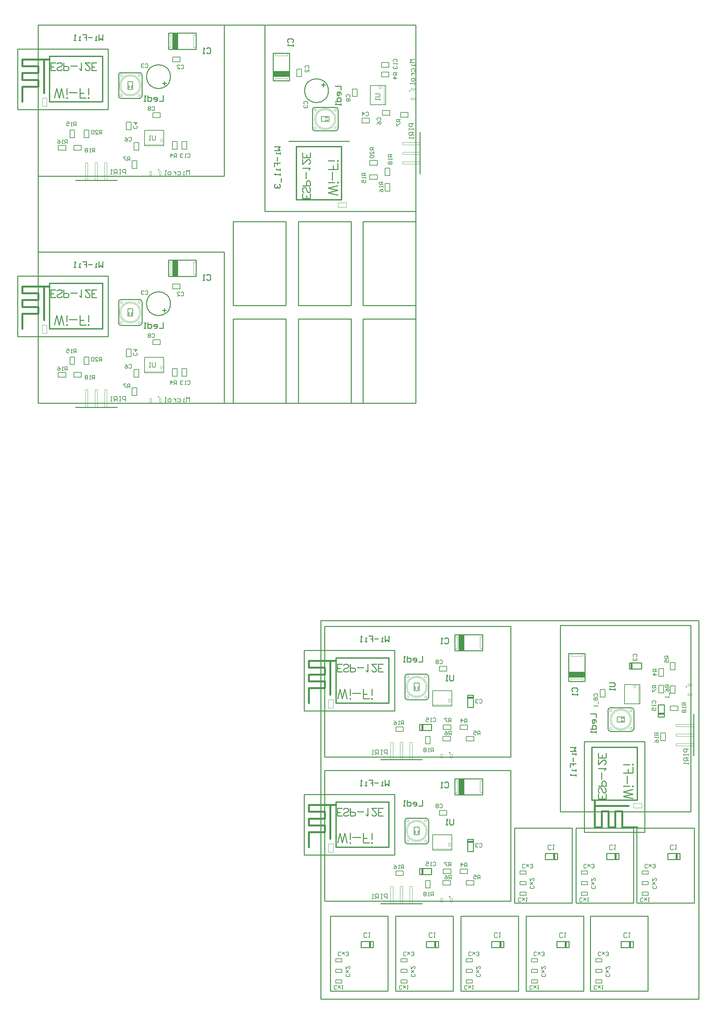
<source format=gbo>
%FSLAX25Y25*%
%MOIN*%
G70*
G01*
G75*
G04 Layer_Color=32896*
%ADD10R,0.06299X0.13386*%
%ADD11R,0.01772X0.06299*%
%ADD12R,0.05512X0.01654*%
%ADD13R,0.04724X0.04724*%
%ADD14R,0.09000X0.15000*%
%ADD15R,0.08465X0.05000*%
%ADD16R,0.05906X0.03937*%
%ADD17R,0.03937X0.05906*%
%ADD18R,0.07874X0.11024*%
%ADD19R,0.05906X0.15748*%
%ADD20R,0.03500X0.05000*%
%ADD21R,0.07874X0.15748*%
%ADD22R,0.06299X0.09449*%
%ADD23R,0.05512X0.07087*%
%ADD24R,0.13386X0.06299*%
%ADD25R,0.06299X0.01772*%
%ADD26R,0.01654X0.05512*%
%ADD27R,0.04724X0.04724*%
%ADD28R,0.15000X0.09000*%
%ADD29R,0.05000X0.08465*%
%ADD30R,0.11024X0.07874*%
%ADD31R,0.15748X0.05906*%
%ADD32R,0.05000X0.03500*%
%ADD33R,0.15748X0.07874*%
%ADD34R,0.09449X0.06299*%
%ADD35R,0.07087X0.05512*%
%ADD36R,0.06600X0.01700*%
%ADD37R,0.15000X0.28000*%
%ADD38R,0.28000X0.15000*%
%ADD39R,0.03300X0.03150*%
%ADD40C,0.02500*%
%ADD41C,0.02000*%
%ADD42C,0.03000*%
%ADD43C,0.01500*%
%ADD44C,0.04000*%
%ADD45C,0.01000*%
%ADD46C,0.01800*%
%ADD47C,0.05000*%
%ADD48R,0.01600X0.04800*%
%ADD49R,0.34200X0.03200*%
%ADD50R,0.04800X0.01600*%
%ADD51R,0.03200X0.34200*%
%ADD52R,0.14413X0.28346*%
%ADD53R,0.28346X0.14413*%
%ADD54R,0.27700X0.02100*%
%ADD55R,0.01900X0.03800*%
%ADD56R,0.35700X0.03400*%
%ADD57R,0.02100X0.27700*%
%ADD58R,0.03800X0.01900*%
%ADD59R,0.03400X0.35700*%
%ADD60R,0.08200X0.15600*%
%ADD61C,0.15800*%
%ADD62R,0.05118X0.07874*%
%ADD63R,0.05512X0.07874*%
%ADD64C,0.07874*%
%ADD65R,0.07874X0.05118*%
%ADD66R,0.07874X0.05512*%
%ADD67C,0.07087*%
%ADD68C,0.05000*%
%ADD69C,0.04000*%
%ADD70C,0.06000*%
%ADD71C,0.03937*%
%ADD72R,0.04724X0.11024*%
%ADD73R,0.09449X0.04724*%
%ADD74R,0.03000X0.10000*%
%ADD75R,0.10000X0.20000*%
%ADD76R,0.06299X0.05512*%
%ADD77R,0.09843X0.14961*%
%ADD78R,0.11024X0.04724*%
%ADD79R,0.04724X0.09449*%
%ADD80R,0.10000X0.03000*%
%ADD81R,0.20000X0.10000*%
%ADD82R,0.05512X0.06299*%
%ADD83R,0.14961X0.09843*%
%ADD84R,0.03150X0.04724*%
%ADD85R,0.26000X0.28400*%
%ADD86R,0.28400X0.26000*%
%ADD87C,0.03500*%
%ADD88R,0.26400X0.28346*%
%ADD89R,0.28346X0.26400*%
%ADD90R,0.21028X0.12517*%
%ADD91R,0.12517X0.21028*%
%ADD92R,0.20200X0.15600*%
%ADD93C,0.00200*%
%ADD94C,0.00591*%
%ADD95C,0.00394*%
%ADD96C,0.00787*%
%ADD97C,0.00500*%
%ADD98C,0.00050*%
%ADD99C,0.00800*%
%ADD100R,0.02300X0.06299*%
%ADD101R,0.06299X0.02300*%
%ADD102R,0.12100X0.11300*%
%ADD103R,0.06299X0.02100*%
%ADD104R,0.11300X0.12100*%
%ADD105R,0.02100X0.06299*%
%ADD106R,0.07099X0.14186*%
%ADD107R,0.02572X0.07099*%
%ADD108R,0.06312X0.02454*%
%ADD109R,0.05524X0.05524*%
%ADD110R,0.09800X0.15800*%
%ADD111R,0.09265X0.05800*%
%ADD112R,0.06706X0.04737*%
%ADD113R,0.04737X0.06706*%
%ADD114R,0.08674X0.11824*%
%ADD115R,0.06706X0.16548*%
%ADD116R,0.04300X0.05800*%
%ADD117R,0.08674X0.16548*%
%ADD118R,0.07099X0.10249*%
%ADD119R,0.06312X0.07887*%
%ADD120R,0.14186X0.07099*%
%ADD121R,0.07099X0.02572*%
%ADD122R,0.02454X0.06312*%
%ADD123R,0.05524X0.05524*%
%ADD124R,0.15800X0.09800*%
%ADD125R,0.05800X0.09265*%
%ADD126R,0.11824X0.08674*%
%ADD127R,0.16548X0.06706*%
%ADD128R,0.05800X0.04300*%
%ADD129R,0.16548X0.08674*%
%ADD130R,0.10249X0.07099*%
%ADD131R,0.07887X0.06312*%
%ADD132R,0.07400X0.02500*%
%ADD133R,0.15800X0.28800*%
%ADD134R,0.28800X0.15800*%
%ADD135R,0.04100X0.03950*%
%ADD136C,0.16600*%
%ADD137R,0.05918X0.08674*%
%ADD138R,0.06312X0.08674*%
%ADD139C,0.08674*%
%ADD140R,0.08674X0.05918*%
%ADD141R,0.08674X0.06312*%
%ADD142C,0.07887*%
%ADD143C,0.05800*%
%ADD144C,0.04800*%
%ADD145C,0.06800*%
%ADD146C,0.04737*%
%ADD147R,0.05524X0.11824*%
%ADD148R,0.10249X0.05524*%
%ADD149R,0.03800X0.10800*%
%ADD150R,0.10800X0.20800*%
%ADD151R,0.07099X0.06312*%
%ADD152R,0.10642X0.15761*%
%ADD153R,0.11824X0.05524*%
%ADD154R,0.05524X0.10249*%
%ADD155R,0.10800X0.03800*%
%ADD156R,0.20800X0.10800*%
%ADD157R,0.06312X0.07099*%
%ADD158R,0.15761X0.10642*%
%ADD159R,0.03950X0.05524*%
%ADD160R,0.26800X0.29200*%
%ADD161R,0.29200X0.26800*%
%ADD162C,0.00300*%
%ADD163C,0.01181*%
%ADD164C,0.01969*%
%ADD165R,0.06000X0.16929*%
%ADD166R,0.02100X0.06299*%
%ADD167R,0.16929X0.06000*%
D45*
X384757Y-282014D02*
G03*
X382395Y-284376I0J-2362D01*
G01*
Y-306424D02*
G03*
X384757Y-308786I2362J0D01*
G01*
X406805Y-284376D02*
G03*
X404443Y-282014I-2362J0D01*
G01*
Y-308786D02*
G03*
X406805Y-306424I0J2362D01*
G01*
X384757Y-432014D02*
G03*
X382395Y-434376I0J-2362D01*
G01*
Y-456424D02*
G03*
X384757Y-458786I2362J0D01*
G01*
X406805Y-434376D02*
G03*
X404443Y-432014I-2362J0D01*
G01*
Y-458786D02*
G03*
X406805Y-456424I0J2362D01*
G01*
X594014Y-339243D02*
G03*
X596376Y-341605I2362J0D01*
G01*
X618424D02*
G03*
X620786Y-339243I0J2362D01*
G01*
X596376Y-317195D02*
G03*
X594014Y-319557I0J-2362D01*
G01*
X620786D02*
G03*
X618424Y-317195I-2362J0D01*
G01*
X86158Y344086D02*
G03*
X83795Y341724I0J-2362D01*
G01*
Y319676D02*
G03*
X86158Y317314I2362J0D01*
G01*
X108205Y341724D02*
G03*
X105842Y344086I-2362J0D01*
G01*
Y317314D02*
G03*
X108205Y319676I0J2362D01*
G01*
X137902Y339800D02*
G03*
X137902Y339800I-12402J0D01*
G01*
X86158Y107786D02*
G03*
X83795Y105424I0J-2362D01*
G01*
Y83376D02*
G03*
X86158Y81014I2362J0D01*
G01*
X108205Y105424D02*
G03*
X105842Y107786I-2362J0D01*
G01*
Y81014D02*
G03*
X108205Y83376I0J2362D01*
G01*
X137902Y103500D02*
G03*
X137902Y103500I-12402J0D01*
G01*
X285914Y285858D02*
G03*
X288276Y283495I2362J0D01*
G01*
X310324D02*
G03*
X312686Y285858I0J2362D01*
G01*
X288276Y307905D02*
G03*
X285914Y305542I0J-2362D01*
G01*
X312686D02*
G03*
X310324Y307905I-2362J0D01*
G01*
X302602Y325200D02*
G03*
X302602Y325200I-12402J0D01*
G01*
X277135Y-320392D02*
Y-257400D01*
Y-320392D02*
X371624D01*
X277135Y-257400D02*
X371624D01*
Y-320392D02*
Y-257400D01*
X356946Y-371148D02*
X400253D01*
X428600Y-363900D02*
X429100Y-363400D01*
X384757Y-282014D02*
X404443D01*
X384757Y-308786D02*
X404443D01*
X406805Y-306424D02*
Y-284376D01*
X382395Y-306424D02*
Y-284376D01*
X410047Y-340568D02*
Y-334269D01*
X397449D02*
X410047D01*
X397449Y-340568D02*
Y-334269D01*
Y-340568D02*
X410047D01*
X447450Y-304187D02*
X453750D01*
X447450Y-316786D02*
X453750D01*
X447450D02*
Y-304187D01*
X453750Y-316786D02*
Y-304187D01*
X434419Y-240935D02*
X463159D01*
X434419Y-257865D02*
X463159D01*
Y-240935D01*
X434419Y-257865D02*
Y-240935D01*
Y-390935D02*
X463159D01*
X434419Y-407865D02*
X463159D01*
Y-390935D01*
X434419Y-407865D02*
Y-390935D01*
X447450Y-454187D02*
X453750D01*
X447450Y-466786D02*
X453750D01*
X447450D02*
Y-454187D01*
X453750Y-466786D02*
Y-454187D01*
X410047Y-490568D02*
Y-484269D01*
X397449D02*
X410047D01*
X397449Y-490568D02*
Y-484269D01*
Y-490568D02*
X410047D01*
X384757Y-432014D02*
X404443D01*
X384757Y-458786D02*
X404443D01*
X406805Y-456424D02*
Y-434376D01*
X382395Y-456424D02*
Y-434376D01*
X428600Y-513900D02*
X429100Y-513400D01*
X356946Y-521148D02*
X400253D01*
X277135Y-470392D02*
Y-407400D01*
Y-470392D02*
X371624D01*
X277135Y-407400D02*
X371624D01*
Y-470392D02*
Y-407400D01*
X569400Y-446865D02*
X632392D01*
Y-352376D01*
X569400Y-446865D02*
Y-352376D01*
X632392D01*
X683148Y-367054D02*
Y-323746D01*
X675400Y-294900D02*
X675900Y-295400D01*
X594014Y-339243D02*
Y-319557D01*
X620786Y-339243D02*
Y-319557D01*
X596376Y-317195D02*
X618424D01*
X596376Y-341605D02*
X618424D01*
X646269Y-313953D02*
X652568D01*
X646269Y-326551D02*
Y-313953D01*
Y-326551D02*
X652568D01*
Y-313953D01*
X616187Y-276550D02*
Y-270250D01*
X628786Y-276550D02*
Y-270250D01*
X616187Y-276550D02*
X628786D01*
X616187Y-270250D02*
X628786D01*
X552935Y-289581D02*
Y-260841D01*
X569865Y-289581D02*
Y-260841D01*
X552935D02*
X569865D01*
X552935Y-289581D02*
X569865D01*
X336720Y-566599D02*
Y-560300D01*
Y-566599D02*
X349319D01*
Y-560300D01*
X336720D02*
X349319D01*
X404720Y-566599D02*
Y-560300D01*
Y-566599D02*
X417319D01*
Y-560300D01*
X404720D02*
X417319D01*
X540721Y-566599D02*
Y-560300D01*
Y-566599D02*
X553319D01*
Y-560300D01*
X540721D02*
X553319D01*
X472720Y-566599D02*
Y-560300D01*
Y-566599D02*
X485319D01*
Y-560300D01*
X472720D02*
X485319D01*
X607721Y-566599D02*
Y-560300D01*
Y-566599D02*
X620319D01*
Y-560300D01*
X607721D02*
X620319D01*
X656220Y-475099D02*
Y-468800D01*
Y-475099D02*
X668819D01*
Y-468800D01*
X656220D02*
X668819D01*
X528721Y-475099D02*
Y-468800D01*
Y-475099D02*
X541319D01*
Y-468800D01*
X528721D02*
X541319D01*
X592721Y-475099D02*
Y-468800D01*
Y-475099D02*
X605319D01*
Y-468800D01*
X592721D02*
X605319D01*
X-21465Y305708D02*
Y368700D01*
Y305708D02*
X73024D01*
X-21465Y368700D02*
X73024D01*
Y305708D02*
Y368700D01*
X125100Y242700D02*
X125600Y243200D01*
X86158Y344086D02*
X105842D01*
X86158Y317314D02*
X105842D01*
X108205Y319676D02*
Y341724D01*
X83795Y319676D02*
Y341724D01*
X135819Y385165D02*
X164559D01*
X135819Y368235D02*
X164559D01*
Y385165D01*
X135819Y368235D02*
Y385165D01*
X38846Y232052D02*
X82153D01*
X-21465Y69408D02*
Y132400D01*
Y69408D02*
X73024D01*
X-21465Y132400D02*
X73024D01*
Y69408D02*
Y132400D01*
X125100Y6400D02*
X125600Y6900D01*
X86158Y107786D02*
X105842D01*
X86158Y81014D02*
X105842D01*
X108205Y83376D02*
Y105424D01*
X83795Y83376D02*
Y105424D01*
X135819Y148865D02*
X164559D01*
X135819Y131935D02*
X164559D01*
Y148865D01*
X135819Y131935D02*
Y148865D01*
X261300Y272724D02*
X324292D01*
X397948Y238546D02*
Y281854D01*
X386800Y325300D02*
X387300Y324800D01*
X285914Y285858D02*
Y305542D01*
X312686Y285858D02*
Y305542D01*
X288276Y307905D02*
X310324D01*
X288276Y283495D02*
X310324D01*
X244835Y335519D02*
Y364259D01*
X261765Y335519D02*
Y364259D01*
X244835D02*
X261765D01*
X244835Y335519D02*
X261765D01*
X38846Y-4248D02*
X82153D01*
X365718Y-242502D02*
Y-248500D01*
X363719Y-246501D01*
X361719Y-248500D01*
Y-242502D01*
X359720Y-248500D02*
X357721D01*
X358720D01*
Y-244501D01*
X359720D01*
X354722Y-245501D02*
X350723D01*
X344725Y-242502D02*
X348724D01*
Y-245501D01*
X346724D01*
X348724D01*
Y-248500D01*
X342726D02*
X340726D01*
X341726D01*
Y-244501D01*
X342726D01*
X337727Y-248500D02*
X335728D01*
X336727D01*
Y-242502D01*
X337727Y-243502D01*
X432800Y-283202D02*
Y-288200D01*
X431800Y-289200D01*
X429801D01*
X428801Y-288200D01*
Y-283202D01*
X426802Y-289200D02*
X424803D01*
X425802D01*
Y-283202D01*
X426802Y-284202D01*
X400700Y-263502D02*
Y-269500D01*
X396701D01*
X391703D02*
X393702D01*
X394702Y-268500D01*
Y-266501D01*
X393702Y-265501D01*
X391703D01*
X390703Y-266501D01*
Y-267501D01*
X394702D01*
X384705Y-263502D02*
Y-269500D01*
X387704D01*
X388704Y-268500D01*
Y-266501D01*
X387704Y-265501D01*
X384705D01*
X382706Y-269500D02*
X380707D01*
X381706D01*
Y-263502D01*
X382706Y-264502D01*
X423501Y-245402D02*
X424501Y-244402D01*
X426500D01*
X427500Y-245402D01*
Y-249400D01*
X426500Y-250400D01*
X424501D01*
X423501Y-249400D01*
X421502Y-250400D02*
X419503D01*
X420502D01*
Y-244402D01*
X421502Y-245402D01*
X423501Y-395402D02*
X424501Y-394402D01*
X426500D01*
X427500Y-395402D01*
Y-399400D01*
X426500Y-400400D01*
X424501D01*
X423501Y-399400D01*
X421502Y-400400D02*
X419503D01*
X420502D01*
Y-394402D01*
X421502Y-395402D01*
X400700Y-413502D02*
Y-419500D01*
X396701D01*
X391703D02*
X393702D01*
X394702Y-418500D01*
Y-416501D01*
X393702Y-415501D01*
X391703D01*
X390703Y-416501D01*
Y-417501D01*
X394702D01*
X384705Y-413502D02*
Y-419500D01*
X387704D01*
X388704Y-418500D01*
Y-416501D01*
X387704Y-415501D01*
X384705D01*
X382706Y-419500D02*
X380707D01*
X381706D01*
Y-413502D01*
X382706Y-414502D01*
X432800Y-433202D02*
Y-438200D01*
X431800Y-439200D01*
X429801D01*
X428801Y-438200D01*
Y-433202D01*
X426802Y-439200D02*
X424803D01*
X425802D01*
Y-433202D01*
X426802Y-434202D01*
X365718Y-392502D02*
Y-398500D01*
X363719Y-396501D01*
X361719Y-398500D01*
Y-392502D01*
X359720Y-398500D02*
X357721D01*
X358720D01*
Y-394501D01*
X359720D01*
X354722Y-395501D02*
X350723D01*
X344725Y-392502D02*
X348724D01*
Y-395501D01*
X346724D01*
X348724D01*
Y-398500D01*
X342726D02*
X340726D01*
X341726D01*
Y-394501D01*
X342726D01*
X337727Y-398500D02*
X335728D01*
X336727D01*
Y-392502D01*
X337727Y-393502D01*
X554502Y-358282D02*
X560500D01*
X558501Y-360281D01*
X560500Y-362281D01*
X554502D01*
X560500Y-364280D02*
Y-366279D01*
Y-365280D01*
X556501D01*
Y-364280D01*
X557501Y-369278D02*
Y-373277D01*
X554502Y-379275D02*
Y-375276D01*
X557501D01*
Y-377276D01*
Y-375276D01*
X560500D01*
Y-381274D02*
Y-383274D01*
Y-382274D01*
X556501D01*
Y-381274D01*
X560500Y-386273D02*
Y-388272D01*
Y-387273D01*
X554502D01*
X555502Y-386273D01*
X595202Y-291200D02*
X600200D01*
X601200Y-292200D01*
Y-294199D01*
X600200Y-295199D01*
X595202D01*
X601200Y-297198D02*
Y-299197D01*
Y-298198D01*
X595202D01*
X596202Y-297198D01*
X575502Y-323300D02*
X581500D01*
Y-327299D01*
Y-332297D02*
Y-330298D01*
X580500Y-329298D01*
X578501D01*
X577501Y-330298D01*
Y-332297D01*
X578501Y-333297D01*
X579501D01*
Y-329298D01*
X575502Y-339295D02*
X581500D01*
Y-336296D01*
X580500Y-335296D01*
X578501D01*
X577501Y-336296D01*
Y-339295D01*
X581500Y-341294D02*
Y-343293D01*
Y-342294D01*
X575502D01*
X576502Y-341294D01*
X557402Y-300499D02*
X556402Y-299499D01*
Y-297500D01*
X557402Y-296500D01*
X561400D01*
X562400Y-297500D01*
Y-299499D01*
X561400Y-300499D01*
X562400Y-302498D02*
Y-304497D01*
Y-303498D01*
X556402D01*
X557402Y-302498D01*
X67118Y383598D02*
Y377600D01*
X65119Y379599D01*
X63119Y377600D01*
Y383598D01*
X61120Y377600D02*
X59121D01*
X60120D01*
Y381599D01*
X61120D01*
X56122Y380599D02*
X52123D01*
X46125Y383598D02*
X50124D01*
Y380599D01*
X48124D01*
X50124D01*
Y377600D01*
X44126D02*
X42126D01*
X43126D01*
Y381599D01*
X44126D01*
X39127Y377600D02*
X37128D01*
X38127D01*
Y383598D01*
X39127Y382598D01*
X130400Y320398D02*
Y314400D01*
X126401D01*
X121403D02*
X123402D01*
X124402Y315400D01*
Y317399D01*
X123402Y318399D01*
X121403D01*
X120403Y317399D01*
Y316399D01*
X124402D01*
X114405Y320398D02*
Y314400D01*
X117404D01*
X118404Y315400D01*
Y317399D01*
X117404Y318399D01*
X114405D01*
X112406Y314400D02*
X110406D01*
X111406D01*
Y320398D01*
X112406Y319398D01*
X175601Y369098D02*
X176601Y370098D01*
X178600D01*
X179600Y369098D01*
Y365100D01*
X178600Y364100D01*
X176601D01*
X175601Y365100D01*
X173602Y364100D02*
X171603D01*
X172602D01*
Y370098D01*
X173602Y369098D01*
X67118Y147298D02*
Y141300D01*
X65119Y143299D01*
X63119Y141300D01*
Y147298D01*
X61120Y141300D02*
X59121D01*
X60120D01*
Y145299D01*
X61120D01*
X56122Y144299D02*
X52123D01*
X46125Y147298D02*
X50124D01*
Y144299D01*
X48124D01*
X50124D01*
Y141300D01*
X44126D02*
X42126D01*
X43126D01*
Y145299D01*
X44126D01*
X39127Y141300D02*
X37128D01*
X38127D01*
Y147298D01*
X39127Y146298D01*
X130400Y84098D02*
Y78100D01*
X126401D01*
X121403D02*
X123402D01*
X124402Y79100D01*
Y81099D01*
X123402Y82099D01*
X121403D01*
X120403Y81099D01*
Y80099D01*
X124402D01*
X114405Y84098D02*
Y78100D01*
X117404D01*
X118404Y79100D01*
Y81099D01*
X117404Y82099D01*
X114405D01*
X112406Y78100D02*
X110406D01*
X111406D01*
Y84098D01*
X112406Y83098D01*
X175601Y132798D02*
X176601Y133798D01*
X178600D01*
X179600Y132798D01*
Y128800D01*
X178600Y127800D01*
X176601D01*
X175601Y128800D01*
X173602Y127800D02*
X171603D01*
X172602D01*
Y133798D01*
X173602Y132798D01*
X246402Y266818D02*
X252400D01*
X250401Y264819D01*
X252400Y262819D01*
X246402D01*
X252400Y260820D02*
Y258821D01*
Y259820D01*
X248401D01*
Y260820D01*
X249401Y255822D02*
Y251823D01*
X246402Y245825D02*
Y249824D01*
X249401D01*
Y247824D01*
Y249824D01*
X252400D01*
Y243826D02*
Y241826D01*
Y242826D01*
X248401D01*
Y243826D01*
X252400Y238827D02*
Y236828D01*
Y237827D01*
X246402D01*
X247402Y238827D01*
X253400Y233829D02*
Y229830D01*
X247402Y227831D02*
X246402Y226831D01*
Y224832D01*
X247402Y223832D01*
X248401D01*
X249401Y224832D01*
Y225831D01*
Y224832D01*
X250401Y223832D01*
X251400D01*
X252400Y224832D01*
Y226831D01*
X251400Y227831D01*
X309602Y330100D02*
X315600D01*
Y326101D01*
Y321103D02*
Y323102D01*
X314600Y324102D01*
X312601D01*
X311601Y323102D01*
Y321103D01*
X312601Y320103D01*
X313601D01*
Y324102D01*
X309602Y314105D02*
X315600D01*
Y317104D01*
X314600Y318104D01*
X312601D01*
X311601Y317104D01*
Y314105D01*
X315600Y312106D02*
Y310106D01*
Y311106D01*
X309602D01*
X310602Y312106D01*
X260902Y375301D02*
X259902Y376301D01*
Y378300D01*
X260902Y379300D01*
X264900D01*
X265900Y378300D01*
Y376301D01*
X264900Y375301D01*
X265900Y373302D02*
Y371303D01*
Y372302D01*
X259902D01*
X260902Y373302D01*
X312300Y-307798D02*
X314680Y-297800D01*
X317061Y-307798D02*
X314680Y-297800D01*
X317061Y-307798D02*
X319441Y-297800D01*
X321822Y-307798D02*
X319441Y-297800D01*
X324774Y-307798D02*
X325250Y-307322D01*
X325726Y-307798D01*
X325250Y-308274D01*
X324774Y-307798D01*
X325250Y-304465D02*
Y-297800D01*
X327487Y-302085D02*
X336057D01*
X339009Y-307798D02*
Y-297800D01*
Y-307798D02*
X345198D01*
X339009Y-303037D02*
X342817D01*
X347292Y-307798D02*
X347769Y-307322D01*
X348245Y-307798D01*
X347769Y-308274D01*
X347292Y-307798D01*
X347769Y-304465D02*
Y-297800D01*
X316851Y-279798D02*
X311900D01*
Y-271800D01*
X316851D01*
X311900Y-275990D02*
X314947D01*
X323517Y-278656D02*
X322755Y-279417D01*
X321612Y-279798D01*
X320089D01*
X318946Y-279417D01*
X318184Y-278656D01*
Y-277894D01*
X318565Y-277132D01*
X318946Y-276751D01*
X319708Y-276370D01*
X321993Y-275609D01*
X322755Y-275228D01*
X323136Y-274847D01*
X323517Y-274085D01*
Y-272943D01*
X322755Y-272181D01*
X321612Y-271800D01*
X320089D01*
X318946Y-272181D01*
X318184Y-272943D01*
X325307Y-275609D02*
X328734D01*
X329877Y-275990D01*
X330258Y-276370D01*
X330639Y-277132D01*
Y-278275D01*
X330258Y-279036D01*
X329877Y-279417D01*
X328734Y-279798D01*
X325307D01*
Y-271800D01*
X332429Y-275228D02*
X339285D01*
X341646Y-278275D02*
X342408Y-278656D01*
X343550Y-279798D01*
Y-271800D01*
X347892Y-277894D02*
Y-278275D01*
X348273Y-279036D01*
X348654Y-279417D01*
X349416Y-279798D01*
X350939D01*
X351701Y-279417D01*
X352082Y-279036D01*
X352463Y-278275D01*
Y-277513D01*
X352082Y-276751D01*
X351320Y-275609D01*
X347511Y-271800D01*
X352844D01*
X359585Y-279798D02*
X354634D01*
Y-271800D01*
X359585D01*
X354634Y-275990D02*
X357681D01*
X312300Y-457798D02*
X314680Y-447800D01*
X317061Y-457798D02*
X314680Y-447800D01*
X317061Y-457798D02*
X319441Y-447800D01*
X321822Y-457798D02*
X319441Y-447800D01*
X324774Y-457798D02*
X325250Y-457322D01*
X325726Y-457798D01*
X325250Y-458274D01*
X324774Y-457798D01*
X325250Y-454465D02*
Y-447800D01*
X327487Y-452085D02*
X336057D01*
X339009Y-457798D02*
Y-447800D01*
Y-457798D02*
X345198D01*
X339009Y-453037D02*
X342817D01*
X347292Y-457798D02*
X347769Y-457322D01*
X348245Y-457798D01*
X347769Y-458274D01*
X347292Y-457798D01*
X347769Y-454465D02*
Y-447800D01*
X316851Y-429798D02*
X311900D01*
Y-421800D01*
X316851D01*
X311900Y-425990D02*
X314947D01*
X323517Y-428656D02*
X322755Y-429417D01*
X321612Y-429798D01*
X320089D01*
X318946Y-429417D01*
X318184Y-428656D01*
Y-427894D01*
X318565Y-427132D01*
X318946Y-426751D01*
X319708Y-426370D01*
X321993Y-425609D01*
X322755Y-425228D01*
X323136Y-424847D01*
X323517Y-424085D01*
Y-422943D01*
X322755Y-422181D01*
X321612Y-421800D01*
X320089D01*
X318946Y-422181D01*
X318184Y-422943D01*
X325307Y-425609D02*
X328734D01*
X329877Y-425990D01*
X330258Y-426370D01*
X330639Y-427132D01*
Y-428275D01*
X330258Y-429037D01*
X329877Y-429417D01*
X328734Y-429798D01*
X325307D01*
Y-421800D01*
X332429Y-425228D02*
X339285D01*
X341646Y-428275D02*
X342408Y-428656D01*
X343550Y-429798D01*
Y-421800D01*
X347892Y-427894D02*
Y-428275D01*
X348273Y-429037D01*
X348654Y-429417D01*
X349416Y-429798D01*
X350939D01*
X351701Y-429417D01*
X352082Y-429037D01*
X352463Y-428275D01*
Y-427513D01*
X352082Y-426751D01*
X351320Y-425609D01*
X347511Y-421800D01*
X352844D01*
X359585Y-429798D02*
X354634D01*
Y-421800D01*
X359585D01*
X354634Y-425990D02*
X357681D01*
X619798Y-411700D02*
X609800Y-409320D01*
X619798Y-406939D02*
X609800Y-409320D01*
X619798Y-406939D02*
X609800Y-404559D01*
X619798Y-402178D02*
X609800Y-404559D01*
X619798Y-399226D02*
X619322Y-398750D01*
X619798Y-398274D01*
X620274Y-398750D01*
X619798Y-399226D01*
X616465Y-398750D02*
X609800D01*
X614085Y-396513D02*
Y-387943D01*
X619798Y-384991D02*
X609800D01*
X619798D02*
Y-378802D01*
X615037Y-384991D02*
Y-381183D01*
X619798Y-376708D02*
X619322Y-376231D01*
X619798Y-375755D01*
X620274Y-376231D01*
X619798Y-376708D01*
X616465Y-376231D02*
X609800D01*
X591798Y-407149D02*
Y-412100D01*
X583800D01*
Y-407149D01*
X587990Y-412100D02*
Y-409053D01*
X590656Y-400483D02*
X591417Y-401245D01*
X591798Y-402388D01*
Y-403911D01*
X591417Y-405054D01*
X590656Y-405816D01*
X589894D01*
X589132Y-405435D01*
X588751Y-405054D01*
X588370Y-404292D01*
X587609Y-402007D01*
X587228Y-401245D01*
X586847Y-400864D01*
X586085Y-400483D01*
X584943D01*
X584181Y-401245D01*
X583800Y-402388D01*
Y-403911D01*
X584181Y-405054D01*
X584943Y-405816D01*
X587609Y-398693D02*
Y-395266D01*
X587990Y-394123D01*
X588370Y-393742D01*
X589132Y-393361D01*
X590275D01*
X591037Y-393742D01*
X591417Y-394123D01*
X591798Y-395266D01*
Y-398693D01*
X583800D01*
X587228Y-391571D02*
Y-384715D01*
X590275Y-382354D02*
X590656Y-381592D01*
X591798Y-380450D01*
X583800D01*
X589894Y-376108D02*
X590275D01*
X591037Y-375727D01*
X591417Y-375346D01*
X591798Y-374584D01*
Y-373061D01*
X591417Y-372299D01*
X591037Y-371918D01*
X590275Y-371537D01*
X589513D01*
X588751Y-371918D01*
X587609Y-372680D01*
X583800Y-376489D01*
Y-371156D01*
X591798Y-364415D02*
Y-369366D01*
X583800D01*
Y-364415D01*
X587990Y-369366D02*
Y-366319D01*
X17000Y317702D02*
X19380Y327700D01*
X21761Y317702D02*
X19380Y327700D01*
X21761Y317702D02*
X24141Y327700D01*
X26522Y317702D02*
X24141Y327700D01*
X29474Y317702D02*
X29950Y318178D01*
X30426Y317702D01*
X29950Y317226D01*
X29474Y317702D01*
X29950Y321035D02*
Y327700D01*
X32187Y323415D02*
X40757D01*
X43709Y317702D02*
Y327700D01*
Y317702D02*
X49898D01*
X43709Y322463D02*
X47517D01*
X51992Y317702D02*
X52469Y318178D01*
X52945Y317702D01*
X52469Y317226D01*
X51992Y317702D01*
X52469Y321035D02*
Y327700D01*
X18251Y346302D02*
X13300D01*
Y354300D01*
X18251D01*
X13300Y350110D02*
X16347D01*
X24917Y347444D02*
X24155Y346683D01*
X23012Y346302D01*
X21489D01*
X20346Y346683D01*
X19584Y347444D01*
Y348206D01*
X19965Y348968D01*
X20346Y349349D01*
X21108Y349730D01*
X23393Y350491D01*
X24155Y350872D01*
X24536Y351253D01*
X24917Y352015D01*
Y353157D01*
X24155Y353919D01*
X23012Y354300D01*
X21489D01*
X20346Y353919D01*
X19584Y353157D01*
X26707Y350491D02*
X30134D01*
X31277Y350110D01*
X31658Y349730D01*
X32039Y348968D01*
Y347825D01*
X31658Y347063D01*
X31277Y346683D01*
X30134Y346302D01*
X26707D01*
Y354300D01*
X33829Y350872D02*
X40685D01*
X43046Y347825D02*
X43808Y347444D01*
X44950Y346302D01*
Y354300D01*
X49292Y348206D02*
Y347825D01*
X49673Y347063D01*
X50054Y346683D01*
X50816Y346302D01*
X52339D01*
X53101Y346683D01*
X53482Y347063D01*
X53863Y347825D01*
Y348587D01*
X53482Y349349D01*
X52720Y350491D01*
X48911Y354300D01*
X54244D01*
X60985Y346302D02*
X56034D01*
Y354300D01*
X60985D01*
X56034Y350110D02*
X59081D01*
X129500Y332801D02*
X133499D01*
X131499Y330802D02*
Y334800D01*
X17000Y81402D02*
X19380Y91400D01*
X21761Y81402D02*
X19380Y91400D01*
X21761Y81402D02*
X24141Y91400D01*
X26522Y81402D02*
X24141Y91400D01*
X29474Y81402D02*
X29950Y81878D01*
X30426Y81402D01*
X29950Y80926D01*
X29474Y81402D01*
X29950Y84735D02*
Y91400D01*
X32187Y87115D02*
X40757D01*
X43709Y81402D02*
Y91400D01*
Y81402D02*
X49898D01*
X43709Y86163D02*
X47517D01*
X51992Y81402D02*
X52469Y81878D01*
X52945Y81402D01*
X52469Y80926D01*
X51992Y81402D01*
X52469Y84735D02*
Y91400D01*
X18251Y110002D02*
X13300D01*
Y118000D01*
X18251D01*
X13300Y113810D02*
X16347D01*
X24917Y111144D02*
X24155Y110383D01*
X23012Y110002D01*
X21489D01*
X20346Y110383D01*
X19584Y111144D01*
Y111906D01*
X19965Y112668D01*
X20346Y113049D01*
X21108Y113429D01*
X23393Y114191D01*
X24155Y114572D01*
X24536Y114953D01*
X24917Y115715D01*
Y116857D01*
X24155Y117619D01*
X23012Y118000D01*
X21489D01*
X20346Y117619D01*
X19584Y116857D01*
X26707Y114191D02*
X30134D01*
X31277Y113810D01*
X31658Y113429D01*
X32039Y112668D01*
Y111525D01*
X31658Y110764D01*
X31277Y110383D01*
X30134Y110002D01*
X26707D01*
Y118000D01*
X33829Y114572D02*
X40685D01*
X43046Y111525D02*
X43808Y111144D01*
X44950Y110002D01*
Y118000D01*
X49292Y111906D02*
Y111525D01*
X49673Y110764D01*
X50054Y110383D01*
X50816Y110002D01*
X52339D01*
X53101Y110383D01*
X53482Y110764D01*
X53863Y111525D01*
Y112287D01*
X53482Y113049D01*
X52720Y114191D01*
X48911Y118000D01*
X54244D01*
X60985Y110002D02*
X56034D01*
Y118000D01*
X60985D01*
X56034Y113810D02*
X59081D01*
X129500Y96501D02*
X133499D01*
X131499Y94502D02*
Y98500D01*
X312298Y216700D02*
X302300Y219080D01*
X312298Y221461D02*
X302300Y219080D01*
X312298Y221461D02*
X302300Y223841D01*
X312298Y226222D02*
X302300Y223841D01*
X312298Y229173D02*
X311822Y229650D01*
X312298Y230126D01*
X312774Y229650D01*
X312298Y229173D01*
X308965Y229650D02*
X302300D01*
X306585Y231887D02*
Y240457D01*
X312298Y243409D02*
X302300D01*
X312298D02*
Y249598D01*
X307537Y243409D02*
Y247217D01*
X312298Y251693D02*
X311822Y252169D01*
X312298Y252645D01*
X312774Y252169D01*
X312298Y251693D01*
X308965Y252169D02*
X302300D01*
X283698Y217951D02*
Y213000D01*
X275700D01*
Y217951D01*
X279890Y213000D02*
Y216047D01*
X282556Y224617D02*
X283317Y223855D01*
X283698Y222712D01*
Y221189D01*
X283317Y220046D01*
X282556Y219284D01*
X281794D01*
X281032Y219665D01*
X280651Y220046D01*
X280270Y220808D01*
X279509Y223093D01*
X279128Y223855D01*
X278747Y224236D01*
X277985Y224617D01*
X276843D01*
X276081Y223855D01*
X275700Y222712D01*
Y221189D01*
X276081Y220046D01*
X276843Y219284D01*
X279509Y226407D02*
Y229835D01*
X279890Y230977D01*
X280270Y231358D01*
X281032Y231739D01*
X282175D01*
X282937Y231358D01*
X283317Y230977D01*
X283698Y229835D01*
Y226407D01*
X275700D01*
X279128Y233529D02*
Y240385D01*
X282175Y242746D02*
X282556Y243508D01*
X283698Y244650D01*
X275700D01*
X281794Y248992D02*
X282175D01*
X282937Y249373D01*
X283317Y249754D01*
X283698Y250516D01*
Y252039D01*
X283317Y252801D01*
X282937Y253182D01*
X282175Y253563D01*
X281413D01*
X280651Y253182D01*
X279509Y252420D01*
X275700Y248611D01*
Y253944D01*
X283698Y260685D02*
Y255734D01*
X275700D01*
Y260685D01*
X279890Y255734D02*
Y258781D01*
X297199Y329200D02*
Y333199D01*
X299198Y331199D02*
X295200D01*
X294500Y-620500D02*
Y-226500D01*
Y-620500D02*
X688500D01*
Y-226500D01*
X294500D02*
X688500D01*
X492600Y-368400D02*
Y-232400D01*
X298600D02*
X492600D01*
X298600Y-368400D02*
X492600D01*
X298600D02*
Y-232400D01*
Y-518400D02*
Y-382400D01*
Y-518400D02*
X492600D01*
X298600Y-382400D02*
X492600D01*
Y-518400D02*
Y-382400D01*
X544400Y-231400D02*
X680400D01*
X544400Y-425400D02*
Y-231400D01*
X680400Y-425400D02*
Y-231400D01*
X544400Y-425400D02*
X680400D01*
X304500Y-534000D02*
X364500D01*
X304500Y-612000D02*
Y-534000D01*
Y-612000D02*
X364500D01*
Y-534000D01*
X432500Y-612000D02*
Y-534000D01*
X372500Y-612000D02*
X432500D01*
X372500D02*
Y-534000D01*
X432500D01*
X508500D02*
X568500D01*
X508500Y-612000D02*
Y-534000D01*
Y-612000D02*
X568500D01*
Y-534000D01*
X500500Y-612000D02*
Y-534000D01*
X440500Y-612000D02*
X500500D01*
X440500D02*
Y-534000D01*
X500500D01*
X635500Y-612000D02*
Y-534000D01*
X575500Y-612000D02*
X635500D01*
X575500D02*
Y-534000D01*
X635500D01*
X624000Y-442500D02*
X684000D01*
X624000Y-520500D02*
Y-442500D01*
Y-520500D02*
X684000D01*
Y-442500D01*
X496500D02*
X556500D01*
X496500Y-520500D02*
Y-442500D01*
Y-520500D02*
X556500D01*
Y-442500D01*
X620500Y-520500D02*
Y-442500D01*
X560500Y-520500D02*
X620500D01*
X560500D02*
Y-442500D01*
X620500D01*
X0Y0D02*
Y393701D01*
Y0D02*
X393701D01*
Y393701D01*
X0D02*
X393701D01*
X194000Y236300D02*
Y393700D01*
X0D02*
X194000D01*
X0Y236300D02*
X194000D01*
X0D02*
Y393700D01*
X194000Y0D02*
Y157400D01*
X0D02*
X194000D01*
X0Y0D02*
X194000D01*
X0D02*
Y157400D01*
X236300Y393700D02*
X393700D01*
X236300Y199700D02*
Y393700D01*
X393700Y199700D02*
Y393700D01*
X236300Y199700D02*
X393700D01*
X338700Y0D02*
Y87500D01*
Y0D02*
X393700D01*
X338700Y87500D02*
X393700D01*
Y0D02*
Y87500D01*
X271300Y0D02*
Y87500D01*
Y0D02*
X326300D01*
X271300Y87500D02*
X326300D01*
Y0D02*
Y87500D01*
X203300Y0D02*
Y87500D01*
Y0D02*
X258300D01*
X203300Y87500D02*
X258300D01*
Y0D02*
Y87500D01*
Y101500D02*
Y189000D01*
X203300D02*
X258300D01*
X203300Y101500D02*
X258300D01*
X203300D02*
Y189000D01*
X326300Y101500D02*
Y189000D01*
X271300D02*
X326300D01*
X271300Y101500D02*
X326300D01*
X271300D02*
Y189000D01*
X393700Y101500D02*
Y189000D01*
X338700D02*
X393700D01*
X338700Y101500D02*
X393700D01*
X338700D02*
Y189000D01*
D93*
X411277Y-313900D02*
X430962D01*
X411277Y-463900D02*
X430962D01*
X625900Y-312723D02*
Y-293038D01*
X111177Y269300D02*
X130862D01*
X111177Y33000D02*
X130862D01*
X360700Y310877D02*
Y330562D01*
D95*
X405624Y-295400D02*
G03*
X405624Y-295400I-11024J0D01*
G01*
X386332Y-284770D02*
G03*
X386332Y-284770I-1181J0D01*
G01*
Y-306030D02*
G03*
X386332Y-306030I-1181J0D01*
G01*
X405230D02*
G03*
X405230Y-306030I-1181J0D01*
G01*
Y-284770D02*
G03*
X405230Y-284770I-1181J0D01*
G01*
X404443Y-295400D02*
G03*
X404443Y-295400I-9843J0D01*
G01*
X405624Y-445400D02*
G03*
X405624Y-445400I-11024J0D01*
G01*
X386332Y-434770D02*
G03*
X386332Y-434770I-1181J0D01*
G01*
Y-456030D02*
G03*
X386332Y-456030I-1181J0D01*
G01*
X405230D02*
G03*
X405230Y-456030I-1181J0D01*
G01*
Y-434770D02*
G03*
X405230Y-434770I-1181J0D01*
G01*
X404443Y-445400D02*
G03*
X404443Y-445400I-9843J0D01*
G01*
X618424Y-329400D02*
G03*
X618424Y-329400I-11024J0D01*
G01*
X597951Y-338849D02*
G03*
X597951Y-338849I-1181J0D01*
G01*
X619211D02*
G03*
X619211Y-338849I-1181J0D01*
G01*
Y-319951D02*
G03*
X619211Y-319951I-1181J0D01*
G01*
X597951D02*
G03*
X597951Y-319951I-1181J0D01*
G01*
X617242Y-329400D02*
G03*
X617242Y-329400I-9843J0D01*
G01*
X107024Y330700D02*
G03*
X107024Y330700I-11024J0D01*
G01*
X87732Y341330D02*
G03*
X87732Y341330I-1181J0D01*
G01*
Y320070D02*
G03*
X87732Y320070I-1181J0D01*
G01*
X106630D02*
G03*
X106630Y320070I-1181J0D01*
G01*
Y341330D02*
G03*
X106630Y341330I-1181J0D01*
G01*
X105842Y330700D02*
G03*
X105842Y330700I-9843J0D01*
G01*
X107024Y94400D02*
G03*
X107024Y94400I-11024J0D01*
G01*
X87732Y105030D02*
G03*
X87732Y105030I-1181J0D01*
G01*
Y83770D02*
G03*
X87732Y83770I-1181J0D01*
G01*
X106630D02*
G03*
X106630Y83770I-1181J0D01*
G01*
Y105030D02*
G03*
X106630Y105030I-1181J0D01*
G01*
X105842Y94400D02*
G03*
X105842Y94400I-9843J0D01*
G01*
X310324Y295700D02*
G03*
X310324Y295700I-11024J0D01*
G01*
X289851Y286251D02*
G03*
X289851Y286251I-1181J0D01*
G01*
X311111D02*
G03*
X311111Y286251I-1181J0D01*
G01*
Y305149D02*
G03*
X311111Y305149I-1181J0D01*
G01*
X289851D02*
G03*
X289851Y305149I-1181J0D01*
G01*
X309142Y295700D02*
G03*
X309142Y295700I-9843J0D01*
G01*
X302726Y-317243D02*
X307450D01*
Y-308581D01*
X302726D02*
X307450D01*
X302726Y-317243D02*
Y-308581D01*
X369781Y-371148D02*
Y-353038D01*
X367419D02*
X369781D01*
X367419Y-371148D02*
Y-353038D01*
X379781Y-371148D02*
Y-353038D01*
X377419D02*
X379781D01*
X377419Y-371148D02*
Y-353038D01*
X387419Y-371148D02*
Y-353038D01*
X389781D01*
Y-371148D02*
Y-353038D01*
X431584Y-369274D02*
Y-365337D01*
X429616Y-369274D02*
Y-365337D01*
X431584D01*
X421584Y-369274D02*
Y-365337D01*
X419616Y-369274D02*
Y-365337D01*
X421584D01*
X429616Y-369274D02*
X431584D01*
X419616D02*
X421584D01*
X434419Y-255699D02*
X436978D01*
Y-243101D01*
X434419D02*
X436978D01*
X460600D02*
X463159D01*
X460600Y-255699D02*
Y-243101D01*
Y-255699D02*
X462962D01*
X434419Y-405699D02*
X436978D01*
Y-393101D01*
X434419D02*
X436978D01*
X460600D02*
X463159D01*
X460600Y-405699D02*
Y-393101D01*
Y-405699D02*
X462962D01*
X431584Y-519274D02*
Y-515337D01*
X429616Y-519274D02*
Y-515337D01*
X431584D01*
X421584Y-519274D02*
Y-515337D01*
X419616Y-519274D02*
Y-515337D01*
X421584D01*
X429616Y-519274D02*
X431584D01*
X419616D02*
X421584D01*
X369781Y-521148D02*
Y-503038D01*
X367419D02*
X369781D01*
X367419Y-521148D02*
Y-503038D01*
X379781Y-521148D02*
Y-503038D01*
X377419D02*
X379781D01*
X377419Y-521148D02*
Y-503038D01*
X387419Y-521148D02*
Y-503038D01*
X389781D01*
Y-521148D02*
Y-503038D01*
X302726Y-467242D02*
X307450D01*
Y-458581D01*
X302726D02*
X307450D01*
X302726Y-467242D02*
Y-458581D01*
X629243Y-421274D02*
Y-416550D01*
X620581D02*
X629243D01*
X620581Y-421274D02*
Y-416550D01*
Y-421274D02*
X629243D01*
X665038Y-354219D02*
X683148D01*
X665038Y-356581D02*
Y-354219D01*
Y-356581D02*
X683148D01*
X665038Y-344219D02*
X683148D01*
X665038Y-346581D02*
Y-344219D01*
Y-346581D02*
X683148D01*
X665038Y-336581D02*
X683148D01*
X665038D02*
Y-334219D01*
X683148D01*
X677337Y-292416D02*
X681274D01*
X677337Y-294384D02*
X681274D01*
X677337D02*
Y-292416D01*
Y-302416D02*
X681274D01*
X677337Y-304384D02*
X681274D01*
X677337D02*
Y-302416D01*
X681274Y-294384D02*
Y-292416D01*
Y-304384D02*
Y-302416D01*
X567699Y-289581D02*
Y-287022D01*
X555101D02*
X567699D01*
X555101Y-289581D02*
Y-287022D01*
Y-263400D02*
Y-260841D01*
Y-263400D02*
X567699D01*
Y-261038D01*
X4126Y308857D02*
X8850D01*
Y317519D01*
X4126D02*
X8850D01*
X4126Y308857D02*
Y317519D01*
X51681Y232052D02*
Y250162D01*
X49319D02*
X51681D01*
X49319Y232052D02*
Y250162D01*
X61681Y232052D02*
Y250162D01*
X59319D02*
X61681D01*
X59319Y232052D02*
Y250162D01*
X69319Y232052D02*
Y250162D01*
X71681D01*
Y232052D02*
Y250162D01*
X128084Y237326D02*
Y241263D01*
X126116Y237326D02*
Y241263D01*
X128084D01*
X118084Y237326D02*
Y241263D01*
X116116Y237326D02*
Y241263D01*
X118084D01*
X126116Y237326D02*
X128084D01*
X116116D02*
X118084D01*
X135819Y370401D02*
X138378D01*
Y382999D01*
X135819D02*
X138378D01*
X162000D02*
X164559D01*
X162000Y370401D02*
Y382999D01*
Y370401D02*
X164362D01*
X4126Y72557D02*
X8850D01*
Y81219D01*
X4126D02*
X8850D01*
X4126Y72557D02*
Y81219D01*
X128084Y1026D02*
Y4963D01*
X126116Y1026D02*
Y4963D01*
X128084D01*
X118084Y1026D02*
Y4963D01*
X116116Y1026D02*
Y4963D01*
X118084D01*
X126116Y1026D02*
X128084D01*
X116116D02*
X118084D01*
X135819Y134101D02*
X138378D01*
Y146699D01*
X135819D02*
X138378D01*
X162000D02*
X164559D01*
X162000Y134101D02*
Y146699D01*
Y134101D02*
X164362D01*
X321143Y203826D02*
Y208550D01*
X312481D02*
X321143D01*
X312481Y203826D02*
Y208550D01*
Y203826D02*
X321143D01*
X379838Y251381D02*
X397948D01*
X379838Y249019D02*
Y251381D01*
Y249019D02*
X397948D01*
X379838Y261381D02*
X397948D01*
X379838Y259019D02*
Y261381D01*
Y259019D02*
X397948D01*
X379838Y269019D02*
X397948D01*
X379838D02*
Y271381D01*
X397948D01*
X388737Y327784D02*
X392674D01*
X388737Y325816D02*
X392674D01*
X388737D02*
Y327784D01*
Y317784D02*
X392674D01*
X388737Y315816D02*
X392674D01*
X388737D02*
Y317784D01*
X392674Y325816D02*
Y327784D01*
Y315816D02*
Y317784D01*
X259599Y335519D02*
Y338078D01*
X247001D02*
X259599D01*
X247001Y335519D02*
Y338078D01*
Y361700D02*
Y364259D01*
Y361700D02*
X259599D01*
Y364062D01*
X51681Y-4248D02*
Y13862D01*
X49319D02*
X51681D01*
X49319Y-4248D02*
Y13862D01*
X61681Y-4248D02*
Y13862D01*
X59319D02*
X61681D01*
X59319Y-4248D02*
Y13862D01*
X69319Y-4248D02*
Y13862D01*
X71681D01*
Y-4248D02*
Y13862D01*
D97*
X411100Y-315400D02*
Y-299300D01*
X431100D01*
Y-315400D02*
Y-299300D01*
X411100Y-315400D02*
X431100D01*
X403807Y-354868D02*
X408729D01*
Y-346994D01*
X403807D02*
X408729D01*
X403807Y-354868D02*
Y-346994D01*
X372768Y-341828D02*
Y-336907D01*
Y-341828D02*
X380642D01*
Y-336907D01*
X372768D02*
X380642D01*
X422268Y-339828D02*
Y-334907D01*
Y-339828D02*
X430142D01*
Y-334907D01*
X422268D02*
X430142D01*
X429768Y-351829D02*
Y-346907D01*
X421894D02*
X429768D01*
X421894Y-351829D02*
Y-346907D01*
Y-351829D02*
X429768D01*
X454100Y-351861D02*
Y-346939D01*
X446226D02*
X454100D01*
X446226Y-351861D02*
Y-346939D01*
Y-351861D02*
X454100D01*
X439768Y-339828D02*
Y-334907D01*
Y-339828D02*
X447642D01*
Y-334907D01*
X439768D02*
X447642D01*
X392041Y-297762D02*
X393419D01*
Y-295794D01*
X392041D02*
X393419D01*
X395781D02*
X397159D01*
X395781Y-297762D02*
Y-295794D01*
Y-297762D02*
X397159D01*
X392041Y-291463D02*
X397159D01*
X392041Y-299337D02*
Y-291463D01*
Y-299337D02*
X397159D01*
Y-291463D01*
X418100Y-278961D02*
Y-274039D01*
Y-278961D02*
X425974D01*
Y-274039D01*
X418100D02*
X425974D01*
X418100Y-428961D02*
Y-424039D01*
Y-428961D02*
X425974D01*
Y-424039D01*
X418100D02*
X425974D01*
X392041Y-447762D02*
X393419D01*
Y-445794D01*
X392041D02*
X393419D01*
X395781D02*
X397159D01*
X395781Y-447762D02*
Y-445794D01*
Y-447762D02*
X397159D01*
X392041Y-441463D02*
X397159D01*
X392041Y-449337D02*
Y-441463D01*
Y-449337D02*
X397159D01*
Y-441463D01*
X439768Y-489828D02*
Y-484907D01*
Y-489828D02*
X447642D01*
Y-484907D01*
X439768D02*
X447642D01*
X454100Y-501861D02*
Y-496939D01*
X446226D02*
X454100D01*
X446226Y-501861D02*
Y-496939D01*
Y-501861D02*
X454100D01*
X429768Y-501828D02*
Y-496907D01*
X421894D02*
X429768D01*
X421894Y-501828D02*
Y-496907D01*
Y-501828D02*
X429768D01*
X422268Y-489828D02*
Y-484907D01*
Y-489828D02*
X430142D01*
Y-484907D01*
X422268D02*
X430142D01*
X372768Y-491828D02*
Y-486907D01*
Y-491828D02*
X380642D01*
Y-486907D01*
X372768D02*
X380642D01*
X403807Y-504868D02*
X408729D01*
Y-496994D01*
X403807D02*
X408729D01*
X403807Y-504868D02*
Y-496994D01*
X411100Y-465400D02*
Y-449300D01*
X431100D01*
Y-465400D02*
Y-449300D01*
X411100Y-465400D02*
X431100D01*
X611300Y-312900D02*
X627400D01*
X611300D02*
Y-292900D01*
X627400D01*
Y-312900D02*
Y-292900D01*
X666868Y-320193D02*
Y-315271D01*
X658994D02*
X666868D01*
X658994Y-320193D02*
Y-315271D01*
Y-320193D02*
X666868D01*
X648907Y-351232D02*
X653828D01*
Y-343358D01*
X648907D02*
X653828D01*
X648907Y-351232D02*
Y-343358D01*
X646907Y-301732D02*
X651828D01*
Y-293858D01*
X646907D02*
X651828D01*
X646907Y-301732D02*
Y-293858D01*
X658907Y-294232D02*
X663829D01*
X658907Y-302106D02*
Y-294232D01*
Y-302106D02*
X663829D01*
Y-294232D01*
X658939Y-269900D02*
X663861D01*
X658939Y-277774D02*
Y-269900D01*
Y-277774D02*
X663861D01*
Y-269900D01*
X646907Y-284232D02*
X651828D01*
Y-276358D01*
X646907D02*
X651828D01*
X646907Y-284232D02*
Y-276358D01*
X609762Y-331959D02*
Y-330581D01*
X607794D02*
X609762D01*
X607794Y-331959D02*
Y-330581D01*
Y-328219D02*
Y-326841D01*
Y-328219D02*
X609762D01*
Y-326841D01*
X603463Y-331959D02*
Y-326841D01*
Y-331959D02*
X611337D01*
Y-326841D01*
X603463D02*
X611337D01*
X586039Y-305900D02*
X590961D01*
Y-298026D01*
X586039D02*
X590961D01*
X586039Y-305900D02*
Y-298026D01*
X310201Y-581847D02*
Y-578500D01*
Y-581847D02*
X316500D01*
Y-578500D01*
X310201D02*
X316500D01*
X310201Y-592846D02*
Y-589500D01*
Y-592846D02*
X316500D01*
Y-589500D01*
X310201D02*
X316500D01*
X310201Y-603847D02*
Y-600500D01*
Y-603847D02*
X316500D01*
Y-600500D01*
X310201D02*
X316500D01*
X378201Y-603847D02*
Y-600500D01*
Y-603847D02*
X384500D01*
Y-600500D01*
X378201D02*
X384500D01*
X378201Y-592846D02*
Y-589500D01*
Y-592846D02*
X384500D01*
Y-589500D01*
X378201D02*
X384500D01*
X378201Y-581847D02*
Y-578500D01*
Y-581847D02*
X384500D01*
Y-578500D01*
X378201D02*
X384500D01*
X514201Y-581847D02*
Y-578500D01*
Y-581847D02*
X520500D01*
Y-578500D01*
X514201D02*
X520500D01*
X514201Y-592846D02*
Y-589500D01*
Y-592846D02*
X520500D01*
Y-589500D01*
X514201D02*
X520500D01*
X514201Y-603847D02*
Y-600500D01*
Y-603847D02*
X520500D01*
Y-600500D01*
X514201D02*
X520500D01*
X446201Y-603847D02*
Y-600500D01*
Y-603847D02*
X452500D01*
Y-600500D01*
X446201D02*
X452500D01*
X446201Y-592846D02*
Y-589500D01*
Y-592846D02*
X452500D01*
Y-589500D01*
X446201D02*
X452500D01*
X446201Y-581847D02*
Y-578500D01*
Y-581847D02*
X452500D01*
Y-578500D01*
X446201D02*
X452500D01*
X581201Y-603847D02*
Y-600500D01*
Y-603847D02*
X587500D01*
Y-600500D01*
X581201D02*
X587500D01*
X581201Y-592846D02*
Y-589500D01*
Y-592846D02*
X587500D01*
Y-589500D01*
X581201D02*
X587500D01*
X581201Y-581847D02*
Y-578500D01*
Y-581847D02*
X587500D01*
Y-578500D01*
X581201D02*
X587500D01*
X629701Y-490346D02*
Y-487000D01*
Y-490346D02*
X636000D01*
Y-487000D01*
X629701D02*
X636000D01*
X629701Y-501346D02*
Y-498000D01*
Y-501346D02*
X636000D01*
Y-498000D01*
X629701D02*
X636000D01*
X629701Y-512347D02*
Y-509000D01*
Y-512347D02*
X636000D01*
Y-509000D01*
X629701D02*
X636000D01*
X502201Y-490346D02*
Y-487000D01*
Y-490346D02*
X508500D01*
Y-487000D01*
X502201D02*
X508500D01*
X502201Y-501346D02*
Y-498000D01*
Y-501346D02*
X508500D01*
Y-498000D01*
X502201D02*
X508500D01*
X502201Y-512347D02*
Y-509000D01*
Y-512347D02*
X508500D01*
Y-509000D01*
X502201D02*
X508500D01*
X566201Y-512347D02*
Y-509000D01*
Y-512347D02*
X572500D01*
Y-509000D01*
X566201D02*
X572500D01*
X566201Y-501346D02*
Y-498000D01*
Y-501346D02*
X572500D01*
Y-498000D01*
X566201D02*
X572500D01*
X566201Y-490346D02*
Y-487000D01*
Y-490346D02*
X572500D01*
Y-487000D01*
X566201D02*
X572500D01*
X52961Y276426D02*
Y284300D01*
X48039Y276426D02*
X52961D01*
X48039D02*
Y284300D01*
X52961D01*
X38061Y276426D02*
Y284300D01*
X33139Y276426D02*
X38061D01*
X33139D02*
Y284300D01*
X38061D01*
X150039Y264300D02*
Y272174D01*
X154961D01*
Y264300D02*
Y272174D01*
X150039Y264300D02*
X154961D01*
X111000Y267800D02*
Y283900D01*
X131000D01*
Y267800D02*
Y283900D01*
X111000Y267800D02*
X131000D01*
X45000Y263339D02*
Y268261D01*
X37126D02*
X45000D01*
X37126Y263339D02*
Y268261D01*
Y263339D02*
X45000D01*
X21000D02*
Y268261D01*
Y263339D02*
X28874D01*
Y268261D01*
X21000D02*
X28874D01*
X98039Y244300D02*
X102961D01*
Y252174D01*
X98039D02*
X102961D01*
X98039Y244300D02*
Y252174D01*
X140039Y264300D02*
X144961D01*
Y272174D01*
X140039D02*
X144961D01*
X140039Y264300D02*
Y272174D01*
X93441Y328338D02*
X94819D01*
Y330306D01*
X93441D02*
X94819D01*
X97181D02*
X98559D01*
X97181Y328338D02*
Y330306D01*
Y328338D02*
X98559D01*
X93441Y334637D02*
X98559D01*
X93441Y326763D02*
Y334637D01*
Y326763D02*
X98559D01*
Y334637D01*
X119500Y297339D02*
Y302261D01*
Y297339D02*
X127374D01*
Y302261D01*
X119500D02*
X127374D01*
X100039Y263300D02*
X104961D01*
Y271174D01*
X100039D02*
X104961D01*
X100039Y263300D02*
Y271174D01*
X92039Y292500D02*
X96961D01*
X92039Y284626D02*
Y292500D01*
Y284626D02*
X96961D01*
Y292500D01*
X148000Y355339D02*
Y360261D01*
X140126D02*
X148000D01*
X140126Y355339D02*
Y360261D01*
Y355339D02*
X148000D01*
X52961Y40126D02*
Y48000D01*
X48039Y40126D02*
X52961D01*
X48039D02*
Y48000D01*
X52961D01*
X38061Y40126D02*
Y48000D01*
X33139Y40126D02*
X38061D01*
X33139D02*
Y48000D01*
X38061D01*
X150039Y28000D02*
Y35874D01*
X154961D01*
Y28000D02*
Y35874D01*
X150039Y28000D02*
X154961D01*
X111000Y31500D02*
Y47600D01*
X131000D01*
Y31500D02*
Y47600D01*
X111000Y31500D02*
X131000D01*
X45000Y27039D02*
Y31961D01*
X37126D02*
X45000D01*
X37126Y27039D02*
Y31961D01*
Y27039D02*
X45000D01*
X21000D02*
Y31961D01*
Y27039D02*
X28874D01*
Y31961D01*
X21000D02*
X28874D01*
X98039Y8000D02*
X102961D01*
Y15874D01*
X98039D02*
X102961D01*
X98039Y8000D02*
Y15874D01*
X140039Y28000D02*
X144961D01*
Y35874D01*
X140039D02*
X144961D01*
X140039Y28000D02*
Y35874D01*
X93441Y92038D02*
X94819D01*
Y94006D01*
X93441D02*
X94819D01*
X97181D02*
X98559D01*
X97181Y92038D02*
Y94006D01*
Y92038D02*
X98559D01*
X93441Y98337D02*
X98559D01*
X93441Y90463D02*
Y98337D01*
Y90463D02*
X98559D01*
Y98337D01*
X119500Y61039D02*
Y65961D01*
Y61039D02*
X127374D01*
Y65961D01*
X119500D02*
X127374D01*
X100039Y27000D02*
X104961D01*
Y34874D01*
X100039D02*
X104961D01*
X100039Y27000D02*
Y34874D01*
X92039Y56200D02*
X96961D01*
X92039Y48326D02*
Y56200D01*
Y48326D02*
X96961D01*
Y56200D01*
X148000Y119039D02*
Y123961D01*
X140126D02*
X148000D01*
X140126Y119039D02*
Y123961D01*
Y119039D02*
X148000D01*
X345700Y252661D02*
X353574D01*
Y247739D02*
Y252661D01*
X345700Y247739D02*
X353574D01*
X345700D02*
Y252661D01*
Y237761D02*
X353574D01*
Y232839D02*
Y237761D01*
X345700Y232839D02*
X353574D01*
X345700D02*
Y237761D01*
X357826Y349739D02*
X365700D01*
X357826D02*
Y354661D01*
X365700D01*
Y349739D02*
Y354661D01*
X346100Y310700D02*
X362200D01*
X346100D02*
Y330700D01*
X362200D01*
Y310700D02*
Y330700D01*
X361739Y244700D02*
X366661D01*
X361739Y236826D02*
Y244700D01*
Y236826D02*
X366661D01*
Y244700D01*
X361739Y220700D02*
X366661D01*
Y228574D01*
X361739D02*
X366661D01*
X361739Y220700D02*
Y228574D01*
X385700Y297739D02*
Y302661D01*
X377826D02*
X385700D01*
X377826Y297739D02*
Y302661D01*
Y297739D02*
X385700D01*
X365700Y339739D02*
Y344661D01*
X357826D02*
X365700D01*
X357826Y339739D02*
Y344661D01*
Y339739D02*
X365700D01*
X301662Y293141D02*
Y294519D01*
X299694D02*
X301662D01*
X299694Y293141D02*
Y294519D01*
Y296881D02*
Y298259D01*
Y296881D02*
X301662D01*
Y298259D01*
X295363Y293141D02*
Y298259D01*
Y293141D02*
X303237D01*
Y298259D01*
X295363D02*
X303237D01*
X327739Y319200D02*
X332661D01*
Y327074D01*
X327739D02*
X332661D01*
X327739Y319200D02*
Y327074D01*
X366700Y299739D02*
Y304661D01*
X358826D02*
X366700D01*
X358826Y299739D02*
Y304661D01*
Y299739D02*
X366700D01*
X337500Y291739D02*
Y296661D01*
Y291739D02*
X345374D01*
Y296661D01*
X337500D02*
X345374D01*
X269739Y347700D02*
X274661D01*
X269739Y339826D02*
Y347700D01*
Y339826D02*
X274661D01*
Y347700D01*
X411800Y-363200D02*
Y-359201D01*
X409801D01*
X409134Y-359868D01*
Y-361201D01*
X409801Y-361867D01*
X411800D01*
X410467D02*
X409134Y-363200D01*
X407801D02*
X406468D01*
X407135D01*
Y-359201D01*
X407801Y-359868D01*
X404469D02*
X403803Y-359201D01*
X402470D01*
X401803Y-359868D01*
Y-360534D01*
X402470Y-361201D01*
X401803Y-361867D01*
Y-362534D01*
X402470Y-363200D01*
X403803D01*
X404469Y-362534D01*
Y-361867D01*
X403803Y-361201D01*
X404469Y-360534D01*
Y-359868D01*
X403803Y-361201D02*
X402470D01*
X380768Y-334568D02*
Y-330569D01*
X378769D01*
X378102Y-331236D01*
Y-332569D01*
X378769Y-333235D01*
X380768D01*
X379435D02*
X378102Y-334568D01*
X376769D02*
X375436D01*
X376103D01*
Y-330569D01*
X376769Y-331236D01*
X370771Y-330569D02*
X372104Y-331236D01*
X373437Y-332569D01*
Y-333902D01*
X372771Y-334568D01*
X371438D01*
X370771Y-333902D01*
Y-333235D01*
X371438Y-332569D01*
X373437D01*
X430100Y-332100D02*
Y-328101D01*
X428101D01*
X427434Y-328768D01*
Y-330101D01*
X428101Y-330767D01*
X430100D01*
X428767D02*
X427434Y-332100D01*
X426101Y-328101D02*
X423435D01*
Y-328768D01*
X426101Y-331434D01*
Y-332100D01*
X430500Y-345500D02*
Y-341501D01*
X428501D01*
X427834Y-342168D01*
Y-343501D01*
X428501Y-344167D01*
X430500D01*
X429167D02*
X427834Y-345500D01*
X423836Y-341501D02*
X425168Y-342168D01*
X426501Y-343501D01*
Y-344834D01*
X425835Y-345500D01*
X424502D01*
X423836Y-344834D01*
Y-344167D01*
X424502Y-343501D01*
X426501D01*
X460500Y-345300D02*
Y-341301D01*
X458501D01*
X457834Y-341968D01*
Y-343301D01*
X458501Y-343967D01*
X460500D01*
X459167D02*
X457834Y-345300D01*
X453835Y-341301D02*
X456501D01*
Y-343301D01*
X455168Y-342634D01*
X454502D01*
X453835Y-343301D01*
Y-344634D01*
X454502Y-345300D01*
X455835D01*
X456501Y-344634D01*
X446868Y-332868D02*
Y-328869D01*
X444869D01*
X444202Y-329536D01*
Y-330869D01*
X444869Y-331535D01*
X446868D01*
X445535D02*
X444202Y-332868D01*
X440870D02*
Y-328869D01*
X442869Y-330869D01*
X440203D01*
X411434Y-328468D02*
X412101Y-327801D01*
X413434D01*
X414100Y-328468D01*
Y-331134D01*
X413434Y-331800D01*
X412101D01*
X411434Y-331134D01*
X410101Y-331800D02*
X408768D01*
X409435D01*
Y-327801D01*
X410101Y-328468D01*
X404103Y-327801D02*
X406769D01*
Y-329801D01*
X405436Y-329134D01*
X404770D01*
X404103Y-329801D01*
Y-331134D01*
X404770Y-331800D01*
X406103D01*
X406769Y-331134D01*
X418734Y-267968D02*
X419401Y-267301D01*
X420734D01*
X421400Y-267968D01*
Y-270634D01*
X420734Y-271300D01*
X419401D01*
X418734Y-270634D01*
X417401Y-267968D02*
X416735Y-267301D01*
X415402D01*
X414736Y-267968D01*
Y-268634D01*
X415402Y-269301D01*
X414736Y-269967D01*
Y-270634D01*
X415402Y-271300D01*
X416735D01*
X417401Y-270634D01*
Y-269967D01*
X416735Y-269301D01*
X417401Y-268634D01*
Y-267968D01*
X416735Y-269301D02*
X415402D01*
X459934Y-309068D02*
X460601Y-308401D01*
X461934D01*
X462600Y-309068D01*
Y-311734D01*
X461934Y-312400D01*
X460601D01*
X459934Y-311734D01*
X458601Y-309068D02*
X457935Y-308401D01*
X456602D01*
X455935Y-309068D01*
Y-309734D01*
X456602Y-310401D01*
X457268D01*
X456602D01*
X455935Y-311067D01*
Y-311734D01*
X456602Y-312400D01*
X457935D01*
X458601Y-311734D01*
X459934Y-459068D02*
X460601Y-458401D01*
X461934D01*
X462600Y-459068D01*
Y-461734D01*
X461934Y-462400D01*
X460601D01*
X459934Y-461734D01*
X458601Y-459068D02*
X457935Y-458401D01*
X456602D01*
X455935Y-459068D01*
Y-459734D01*
X456602Y-460401D01*
X457268D01*
X456602D01*
X455935Y-461067D01*
Y-461734D01*
X456602Y-462400D01*
X457935D01*
X458601Y-461734D01*
X418734Y-417968D02*
X419401Y-417301D01*
X420734D01*
X421400Y-417968D01*
Y-420634D01*
X420734Y-421300D01*
X419401D01*
X418734Y-420634D01*
X417401Y-417968D02*
X416735Y-417301D01*
X415402D01*
X414736Y-417968D01*
Y-418634D01*
X415402Y-419301D01*
X414736Y-419967D01*
Y-420634D01*
X415402Y-421300D01*
X416735D01*
X417401Y-420634D01*
Y-419967D01*
X416735Y-419301D01*
X417401Y-418634D01*
Y-417968D01*
X416735Y-419301D02*
X415402D01*
X411434Y-478468D02*
X412101Y-477801D01*
X413434D01*
X414100Y-478468D01*
Y-481134D01*
X413434Y-481800D01*
X412101D01*
X411434Y-481134D01*
X410101Y-481800D02*
X408768D01*
X409435D01*
Y-477801D01*
X410101Y-478468D01*
X404103Y-477801D02*
X406769D01*
Y-479801D01*
X405436Y-479134D01*
X404770D01*
X404103Y-479801D01*
Y-481134D01*
X404770Y-481800D01*
X406103D01*
X406769Y-481134D01*
X446868Y-482868D02*
Y-478869D01*
X444869D01*
X444202Y-479536D01*
Y-480869D01*
X444869Y-481535D01*
X446868D01*
X445535D02*
X444202Y-482868D01*
X440870D02*
Y-478869D01*
X442869Y-480869D01*
X440203D01*
X460500Y-495300D02*
Y-491301D01*
X458501D01*
X457834Y-491968D01*
Y-493301D01*
X458501Y-493967D01*
X460500D01*
X459167D02*
X457834Y-495300D01*
X453835Y-491301D02*
X456501D01*
Y-493301D01*
X455168Y-492634D01*
X454502D01*
X453835Y-493301D01*
Y-494634D01*
X454502Y-495300D01*
X455835D01*
X456501Y-494634D01*
X430500Y-495500D02*
Y-491501D01*
X428501D01*
X427834Y-492168D01*
Y-493501D01*
X428501Y-494167D01*
X430500D01*
X429167D02*
X427834Y-495500D01*
X423836Y-491501D02*
X425168Y-492168D01*
X426501Y-493501D01*
Y-494834D01*
X425835Y-495500D01*
X424502D01*
X423836Y-494834D01*
Y-494167D01*
X424502Y-493501D01*
X426501D01*
X430100Y-482100D02*
Y-478101D01*
X428101D01*
X427434Y-478768D01*
Y-480101D01*
X428101Y-480767D01*
X430100D01*
X428767D02*
X427434Y-482100D01*
X426101Y-478101D02*
X423435D01*
Y-478768D01*
X426101Y-481434D01*
Y-482100D01*
X380768Y-484568D02*
Y-480569D01*
X378769D01*
X378102Y-481236D01*
Y-482569D01*
X378769Y-483235D01*
X380768D01*
X379435D02*
X378102Y-484568D01*
X376769D02*
X375436D01*
X376103D01*
Y-480569D01*
X376769Y-481236D01*
X370771Y-480569D02*
X372104Y-481236D01*
X373437Y-482569D01*
Y-483902D01*
X372771Y-484568D01*
X371438D01*
X370771Y-483902D01*
Y-483235D01*
X371438Y-482569D01*
X373437D01*
X411800Y-513200D02*
Y-509201D01*
X409801D01*
X409134Y-509868D01*
Y-511201D01*
X409801Y-511867D01*
X411800D01*
X410467D02*
X409134Y-513200D01*
X407801D02*
X406468D01*
X407135D01*
Y-509201D01*
X407801Y-509868D01*
X404469D02*
X403803Y-509201D01*
X402470D01*
X401803Y-509868D01*
Y-510534D01*
X402470Y-511201D01*
X401803Y-511867D01*
Y-512534D01*
X402470Y-513200D01*
X403803D01*
X404469Y-512534D01*
Y-511867D01*
X403803Y-511201D01*
X404469Y-510534D01*
Y-509868D01*
X403803Y-511201D02*
X402470D01*
X675200Y-312200D02*
X671201D01*
Y-314199D01*
X671868Y-314866D01*
X673201D01*
X673867Y-314199D01*
Y-312200D01*
Y-313533D02*
X675200Y-314866D01*
Y-316199D02*
Y-317532D01*
Y-316865D01*
X671201D01*
X671868Y-316199D01*
Y-319531D02*
X671201Y-320197D01*
Y-321530D01*
X671868Y-322197D01*
X672534D01*
X673201Y-321530D01*
X673867Y-322197D01*
X674534D01*
X675200Y-321530D01*
Y-320197D01*
X674534Y-319531D01*
X673867D01*
X673201Y-320197D01*
X672534Y-319531D01*
X671868D01*
X673201Y-320197D02*
Y-321530D01*
X646568Y-343232D02*
X642569D01*
Y-345231D01*
X643236Y-345898D01*
X644569D01*
X645235Y-345231D01*
Y-343232D01*
Y-344565D02*
X646568Y-345898D01*
Y-347231D02*
Y-348564D01*
Y-347897D01*
X642569D01*
X643236Y-347231D01*
X642569Y-353229D02*
X643236Y-351896D01*
X644569Y-350563D01*
X645901D01*
X646568Y-351230D01*
Y-352562D01*
X645901Y-353229D01*
X645235D01*
X644569Y-352562D01*
Y-350563D01*
X644100Y-293900D02*
X640101D01*
Y-295899D01*
X640768Y-296566D01*
X642101D01*
X642767Y-295899D01*
Y-293900D01*
Y-295233D02*
X644100Y-296566D01*
X640101Y-297899D02*
Y-300565D01*
X640768D01*
X643434Y-297899D01*
X644100D01*
X657500Y-293500D02*
X653501D01*
Y-295499D01*
X654168Y-296166D01*
X655501D01*
X656167Y-295499D01*
Y-293500D01*
Y-294833D02*
X657500Y-296166D01*
X653501Y-300165D02*
X654168Y-298832D01*
X655501Y-297499D01*
X656834D01*
X657500Y-298165D01*
Y-299498D01*
X656834Y-300165D01*
X656167D01*
X655501Y-299498D01*
Y-297499D01*
X658166Y-301497D02*
Y-304163D01*
X657500Y-305496D02*
Y-306829D01*
Y-306163D01*
X653501D01*
X654168Y-305496D01*
X657300Y-263500D02*
X653301D01*
Y-265499D01*
X653968Y-266166D01*
X655301D01*
X655967Y-265499D01*
Y-263500D01*
Y-264833D02*
X657300Y-266166D01*
X653301Y-270164D02*
Y-267499D01*
X655301D01*
X654634Y-268832D01*
Y-269498D01*
X655301Y-270164D01*
X656634D01*
X657300Y-269498D01*
Y-268165D01*
X656634Y-267499D01*
X644868Y-277132D02*
X640869D01*
Y-279131D01*
X641536Y-279798D01*
X642869D01*
X643535Y-279131D01*
Y-277132D01*
Y-278465D02*
X644868Y-279798D01*
Y-283130D02*
X640869D01*
X642869Y-281131D01*
Y-283797D01*
X640468Y-312566D02*
X639801Y-311899D01*
Y-310566D01*
X640468Y-309900D01*
X643134D01*
X643800Y-310566D01*
Y-311899D01*
X643134Y-312566D01*
X643800Y-313899D02*
Y-315232D01*
Y-314565D01*
X639801D01*
X640468Y-313899D01*
X639801Y-319897D02*
Y-317231D01*
X641801D01*
X641134Y-318564D01*
Y-319230D01*
X641801Y-319897D01*
X643134D01*
X643800Y-319230D01*
Y-317897D01*
X643134Y-317231D01*
X579968Y-305266D02*
X579301Y-304599D01*
Y-303266D01*
X579968Y-302600D01*
X582634D01*
X583300Y-303266D01*
Y-304599D01*
X582634Y-305266D01*
X579968Y-306599D02*
X579301Y-307265D01*
Y-308598D01*
X579968Y-309264D01*
X580634D01*
X581301Y-308598D01*
X581967Y-309264D01*
X582634D01*
X583300Y-308598D01*
Y-307265D01*
X582634Y-306599D01*
X581967D01*
X581301Y-307265D01*
X580634Y-306599D01*
X579968D01*
X581301Y-307265D02*
Y-308598D01*
X583966Y-310597D02*
Y-313263D01*
X583300Y-314596D02*
Y-315929D01*
Y-315263D01*
X579301D01*
X579968Y-314596D01*
X621068Y-264066D02*
X620401Y-263399D01*
Y-262066D01*
X621068Y-261400D01*
X623734D01*
X624400Y-262066D01*
Y-263399D01*
X623734Y-264066D01*
X621068Y-265399D02*
X620401Y-266065D01*
Y-267398D01*
X621068Y-268064D01*
X621734D01*
X622401Y-267398D01*
Y-266732D01*
Y-267398D01*
X623067Y-268064D01*
X623734D01*
X624400Y-267398D01*
Y-266065D01*
X623734Y-265399D01*
X315666Y-574832D02*
X314999Y-575499D01*
X313666D01*
X313000Y-574832D01*
Y-572166D01*
X313666Y-571500D01*
X314999D01*
X315666Y-572166D01*
X316999Y-574166D02*
X319665Y-571500D01*
X318332Y-572833D01*
X319665Y-574166D01*
X316999Y-571500D01*
X320997Y-574832D02*
X321664Y-575499D01*
X322997D01*
X323663Y-574832D01*
Y-574166D01*
X322997Y-573499D01*
X322330D01*
X322997D01*
X323663Y-572833D01*
Y-572166D01*
X322997Y-571500D01*
X321664D01*
X320997Y-572166D01*
X324332Y-594334D02*
X324999Y-595001D01*
Y-596334D01*
X324332Y-597000D01*
X321666D01*
X321000Y-596334D01*
Y-595001D01*
X321666Y-594334D01*
X323666Y-593001D02*
X321000Y-590336D01*
X322333Y-591668D01*
X323666Y-590336D01*
X321000Y-593001D01*
Y-586337D02*
Y-589003D01*
X323666Y-586337D01*
X324332D01*
X324999Y-587003D01*
Y-588336D01*
X324332Y-589003D01*
X311166Y-609832D02*
X310499Y-610499D01*
X309166D01*
X308500Y-609832D01*
Y-607166D01*
X309166Y-606500D01*
X310499D01*
X311166Y-607166D01*
X312499Y-609166D02*
X315164Y-606500D01*
X313832Y-607833D01*
X315164Y-609166D01*
X312499Y-606500D01*
X316497D02*
X317830D01*
X317164D01*
Y-610499D01*
X316497Y-609832D01*
X379166D02*
X378499Y-610499D01*
X377166D01*
X376500Y-609832D01*
Y-607166D01*
X377166Y-606500D01*
X378499D01*
X379166Y-607166D01*
X380499Y-609166D02*
X383165Y-606500D01*
X381832Y-607833D01*
X383165Y-609166D01*
X380499Y-606500D01*
X384497D02*
X385830D01*
X385164D01*
Y-610499D01*
X384497Y-609832D01*
X392332Y-594334D02*
X392999Y-595001D01*
Y-596334D01*
X392332Y-597000D01*
X389666D01*
X389000Y-596334D01*
Y-595001D01*
X389666Y-594334D01*
X391666Y-593001D02*
X389000Y-590336D01*
X390333Y-591668D01*
X391666Y-590336D01*
X389000Y-593001D01*
Y-586337D02*
Y-589003D01*
X391666Y-586337D01*
X392332D01*
X392999Y-587003D01*
Y-588336D01*
X392332Y-589003D01*
X383666Y-574832D02*
X382999Y-575499D01*
X381666D01*
X381000Y-574832D01*
Y-572166D01*
X381666Y-571500D01*
X382999D01*
X383666Y-572166D01*
X384999Y-574166D02*
X387665Y-571500D01*
X386332Y-572833D01*
X387665Y-574166D01*
X384999Y-571500D01*
X388997Y-574832D02*
X389664Y-575499D01*
X390997D01*
X391663Y-574832D01*
Y-574166D01*
X390997Y-573499D01*
X390330D01*
X390997D01*
X391663Y-572833D01*
Y-572166D01*
X390997Y-571500D01*
X389664D01*
X388997Y-572166D01*
X519666Y-574832D02*
X518999Y-575499D01*
X517666D01*
X517000Y-574832D01*
Y-572166D01*
X517666Y-571500D01*
X518999D01*
X519666Y-572166D01*
X520999Y-574166D02*
X523665Y-571500D01*
X522332Y-572833D01*
X523665Y-574166D01*
X520999Y-571500D01*
X524997Y-574832D02*
X525664Y-575499D01*
X526997D01*
X527663Y-574832D01*
Y-574166D01*
X526997Y-573499D01*
X526330D01*
X526997D01*
X527663Y-572833D01*
Y-572166D01*
X526997Y-571500D01*
X525664D01*
X524997Y-572166D01*
X528332Y-594334D02*
X528999Y-595001D01*
Y-596334D01*
X528332Y-597000D01*
X525666D01*
X525000Y-596334D01*
Y-595001D01*
X525666Y-594334D01*
X527666Y-593001D02*
X525000Y-590336D01*
X526333Y-591668D01*
X527666Y-590336D01*
X525000Y-593001D01*
Y-586337D02*
Y-589003D01*
X527666Y-586337D01*
X528332D01*
X528999Y-587003D01*
Y-588336D01*
X528332Y-589003D01*
X515166Y-609832D02*
X514499Y-610499D01*
X513166D01*
X512500Y-609832D01*
Y-607166D01*
X513166Y-606500D01*
X514499D01*
X515166Y-607166D01*
X516499Y-609166D02*
X519165Y-606500D01*
X517832Y-607833D01*
X519165Y-609166D01*
X516499Y-606500D01*
X520497D02*
X521830D01*
X521164D01*
Y-610499D01*
X520497Y-609832D01*
X447166D02*
X446499Y-610499D01*
X445166D01*
X444500Y-609832D01*
Y-607166D01*
X445166Y-606500D01*
X446499D01*
X447166Y-607166D01*
X448499Y-609166D02*
X451164Y-606500D01*
X449832Y-607833D01*
X451164Y-609166D01*
X448499Y-606500D01*
X452497D02*
X453830D01*
X453164D01*
Y-610499D01*
X452497Y-609832D01*
X460332Y-594334D02*
X460999Y-595001D01*
Y-596334D01*
X460332Y-597000D01*
X457666D01*
X457000Y-596334D01*
Y-595001D01*
X457666Y-594334D01*
X459666Y-593001D02*
X457000Y-590336D01*
X458333Y-591668D01*
X459666Y-590336D01*
X457000Y-593001D01*
Y-586337D02*
Y-589003D01*
X459666Y-586337D01*
X460332D01*
X460999Y-587003D01*
Y-588336D01*
X460332Y-589003D01*
X451666Y-574832D02*
X450999Y-575499D01*
X449666D01*
X449000Y-574832D01*
Y-572166D01*
X449666Y-571500D01*
X450999D01*
X451666Y-572166D01*
X452999Y-574166D02*
X455664Y-571500D01*
X454332Y-572833D01*
X455664Y-574166D01*
X452999Y-571500D01*
X456997Y-574832D02*
X457664Y-575499D01*
X458997D01*
X459663Y-574832D01*
Y-574166D01*
X458997Y-573499D01*
X458330D01*
X458997D01*
X459663Y-572833D01*
Y-572166D01*
X458997Y-571500D01*
X457664D01*
X456997Y-572166D01*
X582166Y-609832D02*
X581499Y-610499D01*
X580166D01*
X579500Y-609832D01*
Y-607166D01*
X580166Y-606500D01*
X581499D01*
X582166Y-607166D01*
X583499Y-609166D02*
X586165Y-606500D01*
X584832Y-607833D01*
X586165Y-609166D01*
X583499Y-606500D01*
X587497D02*
X588830D01*
X588164D01*
Y-610499D01*
X587497Y-609832D01*
X595332Y-594334D02*
X595999Y-595001D01*
Y-596334D01*
X595332Y-597000D01*
X592666D01*
X592000Y-596334D01*
Y-595001D01*
X592666Y-594334D01*
X594666Y-593001D02*
X592000Y-590336D01*
X593333Y-591668D01*
X594666Y-590336D01*
X592000Y-593001D01*
Y-586337D02*
Y-589003D01*
X594666Y-586337D01*
X595332D01*
X595999Y-587003D01*
Y-588336D01*
X595332Y-589003D01*
X586666Y-574832D02*
X585999Y-575499D01*
X584666D01*
X584000Y-574832D01*
Y-572166D01*
X584666Y-571500D01*
X585999D01*
X586666Y-572166D01*
X587999Y-574166D02*
X590664Y-571500D01*
X589332Y-572833D01*
X590664Y-574166D01*
X587999Y-571500D01*
X591997Y-574832D02*
X592664Y-575499D01*
X593997D01*
X594663Y-574832D01*
Y-574166D01*
X593997Y-573499D01*
X593330D01*
X593997D01*
X594663Y-572833D01*
Y-572166D01*
X593997Y-571500D01*
X592664D01*
X591997Y-572166D01*
X635166Y-483332D02*
X634499Y-483999D01*
X633166D01*
X632500Y-483332D01*
Y-480666D01*
X633166Y-480000D01*
X634499D01*
X635166Y-480666D01*
X636499Y-482666D02*
X639164Y-480000D01*
X637832Y-481333D01*
X639164Y-482666D01*
X636499Y-480000D01*
X640497Y-483332D02*
X641164Y-483999D01*
X642497D01*
X643163Y-483332D01*
Y-482666D01*
X642497Y-481999D01*
X641830D01*
X642497D01*
X643163Y-481333D01*
Y-480666D01*
X642497Y-480000D01*
X641164D01*
X640497Y-480666D01*
X643832Y-502834D02*
X644499Y-503501D01*
Y-504834D01*
X643832Y-505500D01*
X641166D01*
X640500Y-504834D01*
Y-503501D01*
X641166Y-502834D01*
X643166Y-501501D02*
X640500Y-498836D01*
X641833Y-500168D01*
X643166Y-498836D01*
X640500Y-501501D01*
Y-494837D02*
Y-497503D01*
X643166Y-494837D01*
X643832D01*
X644499Y-495503D01*
Y-496836D01*
X643832Y-497503D01*
X630666Y-518332D02*
X629999Y-518999D01*
X628666D01*
X628000Y-518332D01*
Y-515666D01*
X628666Y-515000D01*
X629999D01*
X630666Y-515666D01*
X631999Y-517666D02*
X634664Y-515000D01*
X633332Y-516333D01*
X634664Y-517666D01*
X631999Y-515000D01*
X635997D02*
X637330D01*
X636664D01*
Y-518999D01*
X635997Y-518332D01*
X507666Y-483332D02*
X506999Y-483999D01*
X505666D01*
X505000Y-483332D01*
Y-480666D01*
X505666Y-480000D01*
X506999D01*
X507666Y-480666D01*
X508999Y-482666D02*
X511664Y-480000D01*
X510332Y-481333D01*
X511664Y-482666D01*
X508999Y-480000D01*
X512997Y-483332D02*
X513664Y-483999D01*
X514997D01*
X515663Y-483332D01*
Y-482666D01*
X514997Y-481999D01*
X514330D01*
X514997D01*
X515663Y-481333D01*
Y-480666D01*
X514997Y-480000D01*
X513664D01*
X512997Y-480666D01*
X516332Y-502834D02*
X516999Y-503501D01*
Y-504834D01*
X516332Y-505500D01*
X513666D01*
X513000Y-504834D01*
Y-503501D01*
X513666Y-502834D01*
X515666Y-501501D02*
X513000Y-498836D01*
X514333Y-500168D01*
X515666Y-498836D01*
X513000Y-501501D01*
Y-494837D02*
Y-497503D01*
X515666Y-494837D01*
X516332D01*
X516999Y-495503D01*
Y-496836D01*
X516332Y-497503D01*
X503166Y-518332D02*
X502499Y-518999D01*
X501166D01*
X500500Y-518332D01*
Y-515666D01*
X501166Y-515000D01*
X502499D01*
X503166Y-515666D01*
X504499Y-517666D02*
X507164Y-515000D01*
X505832Y-516333D01*
X507164Y-517666D01*
X504499Y-515000D01*
X508497D02*
X509830D01*
X509164D01*
Y-518999D01*
X508497Y-518332D01*
X567166D02*
X566499Y-518999D01*
X565166D01*
X564500Y-518332D01*
Y-515666D01*
X565166Y-515000D01*
X566499D01*
X567166Y-515666D01*
X568499Y-517666D02*
X571165Y-515000D01*
X569832Y-516333D01*
X571165Y-517666D01*
X568499Y-515000D01*
X572497D02*
X573830D01*
X573164D01*
Y-518999D01*
X572497Y-518332D01*
X580332Y-502834D02*
X580999Y-503501D01*
Y-504834D01*
X580332Y-505500D01*
X577666D01*
X577000Y-504834D01*
Y-503501D01*
X577666Y-502834D01*
X579666Y-501501D02*
X577000Y-498836D01*
X578333Y-500168D01*
X579666Y-498836D01*
X577000Y-501501D01*
Y-494837D02*
Y-497503D01*
X579666Y-494837D01*
X580332D01*
X580999Y-495503D01*
Y-496836D01*
X580332Y-497503D01*
X571666Y-483332D02*
X570999Y-483999D01*
X569666D01*
X569000Y-483332D01*
Y-480666D01*
X569666Y-480000D01*
X570999D01*
X571666Y-480666D01*
X572999Y-482666D02*
X575665Y-480000D01*
X574332Y-481333D01*
X575665Y-482666D01*
X572999Y-480000D01*
X576997Y-483332D02*
X577664Y-483999D01*
X578997D01*
X579663Y-483332D01*
Y-482666D01*
X578997Y-481999D01*
X578330D01*
X578997D01*
X579663Y-481333D01*
Y-480666D01*
X578997Y-480000D01*
X577664D01*
X576997Y-480666D01*
X66200Y280000D02*
Y283999D01*
X64201D01*
X63534Y283332D01*
Y281999D01*
X64201Y281333D01*
X66200D01*
X64867D02*
X63534Y280000D01*
X59535D02*
X62201D01*
X59535Y282666D01*
Y283332D01*
X60202Y283999D01*
X61535D01*
X62201Y283332D01*
X58203D02*
X57536Y283999D01*
X56203D01*
X55537Y283332D01*
Y280666D01*
X56203Y280000D01*
X57536D01*
X58203Y280666D01*
Y283332D01*
X39600Y288500D02*
Y292499D01*
X37601D01*
X36934Y291832D01*
Y290499D01*
X37601Y289833D01*
X39600D01*
X38267D02*
X36934Y288500D01*
X35601D02*
X34268D01*
X34935D01*
Y292499D01*
X35601Y291832D01*
X29603Y292499D02*
X32269D01*
Y290499D01*
X30936Y291166D01*
X30270D01*
X29603Y290499D01*
Y289166D01*
X30270Y288500D01*
X31603D01*
X32269Y289166D01*
X155734Y258932D02*
X156401Y259599D01*
X157734D01*
X158400Y258932D01*
Y256266D01*
X157734Y255600D01*
X156401D01*
X155734Y256266D01*
X154401Y255600D02*
X153068D01*
X153735D01*
Y259599D01*
X154401Y258932D01*
X151069D02*
X150403Y259599D01*
X149070D01*
X148403Y258932D01*
Y258266D01*
X149070Y257599D01*
X149736D01*
X149070D01*
X148403Y256933D01*
Y256266D01*
X149070Y255600D01*
X150403D01*
X151069Y256266D01*
X58800Y261200D02*
Y265199D01*
X56801D01*
X56134Y264532D01*
Y263199D01*
X56801Y262533D01*
X58800D01*
X57467D02*
X56134Y261200D01*
X54801D02*
X53468D01*
X54135D01*
Y265199D01*
X54801Y264532D01*
X51469D02*
X50803Y265199D01*
X49470D01*
X48803Y264532D01*
Y263866D01*
X49470Y263199D01*
X48803Y262533D01*
Y261866D01*
X49470Y261200D01*
X50803D01*
X51469Y261866D01*
Y262533D01*
X50803Y263199D01*
X51469Y263866D01*
Y264532D01*
X50803Y263199D02*
X49470D01*
X30100Y270300D02*
Y274299D01*
X28101D01*
X27434Y273632D01*
Y272299D01*
X28101Y271633D01*
X30100D01*
X28767D02*
X27434Y270300D01*
X26101D02*
X24768D01*
X25435D01*
Y274299D01*
X26101Y273632D01*
X20103Y274299D02*
X21436Y273632D01*
X22769Y272299D01*
Y270966D01*
X22103Y270300D01*
X20770D01*
X20103Y270966D01*
Y271633D01*
X20770Y272299D01*
X22769D01*
X95700Y252300D02*
Y256299D01*
X93701D01*
X93034Y255632D01*
Y254299D01*
X93701Y253633D01*
X95700D01*
X94367D02*
X93034Y252300D01*
X91701Y256299D02*
X89035D01*
Y255632D01*
X91701Y252966D01*
Y252300D01*
X144400Y255600D02*
Y259599D01*
X142401D01*
X141734Y258932D01*
Y257599D01*
X142401Y256933D01*
X144400D01*
X143067D02*
X141734Y255600D01*
X138402D02*
Y259599D01*
X140401Y257599D01*
X137735D01*
X118634Y308032D02*
X119301Y308699D01*
X120633D01*
X121300Y308032D01*
Y305366D01*
X120633Y304700D01*
X119301D01*
X118634Y305366D01*
X117301Y308032D02*
X116635Y308699D01*
X115302D01*
X114636Y308032D01*
Y307366D01*
X115302Y306699D01*
X114636Y306033D01*
Y305366D01*
X115302Y304700D01*
X116635D01*
X117301Y305366D01*
Y306033D01*
X116635Y306699D01*
X117301Y307366D01*
Y308032D01*
X116635Y306699D02*
X115302D01*
X94734Y275932D02*
X95401Y276599D01*
X96734D01*
X97400Y275932D01*
Y273266D01*
X96734Y272600D01*
X95401D01*
X94734Y273266D01*
X90736Y276599D02*
X92068Y275932D01*
X93401Y274599D01*
Y273266D01*
X92735Y272600D01*
X91402D01*
X90736Y273266D01*
Y273933D01*
X91402Y274599D01*
X93401D01*
X102632Y288566D02*
X103299Y287899D01*
Y286566D01*
X102632Y285900D01*
X99966D01*
X99300Y286566D01*
Y287899D01*
X99966Y288566D01*
X99300Y291898D02*
X103299D01*
X101299Y289899D01*
Y292565D01*
X111434Y352532D02*
X112101Y353199D01*
X113434D01*
X114100Y352532D01*
Y349866D01*
X113434Y349200D01*
X112101D01*
X111434Y349866D01*
X110101Y352532D02*
X109435Y353199D01*
X108102D01*
X107436Y352532D01*
Y351866D01*
X108102Y351199D01*
X108768D01*
X108102D01*
X107436Y350533D01*
Y349866D01*
X108102Y349200D01*
X109435D01*
X110101Y349866D01*
X148834Y351132D02*
X149501Y351799D01*
X150833D01*
X151500Y351132D01*
Y348466D01*
X150833Y347800D01*
X149501D01*
X148834Y348466D01*
X144835Y347800D02*
X147501D01*
X144835Y350466D01*
Y351132D01*
X145502Y351799D01*
X146835D01*
X147501Y351132D01*
X66200Y43700D02*
Y47699D01*
X64201D01*
X63534Y47032D01*
Y45699D01*
X64201Y45033D01*
X66200D01*
X64867D02*
X63534Y43700D01*
X59535D02*
X62201D01*
X59535Y46366D01*
Y47032D01*
X60202Y47699D01*
X61535D01*
X62201Y47032D01*
X58203D02*
X57536Y47699D01*
X56203D01*
X55537Y47032D01*
Y44366D01*
X56203Y43700D01*
X57536D01*
X58203Y44366D01*
Y47032D01*
X39600Y52200D02*
Y56199D01*
X37601D01*
X36934Y55532D01*
Y54199D01*
X37601Y53533D01*
X39600D01*
X38267D02*
X36934Y52200D01*
X35601D02*
X34268D01*
X34935D01*
Y56199D01*
X35601Y55532D01*
X29603Y56199D02*
X32269D01*
Y54199D01*
X30936Y54866D01*
X30270D01*
X29603Y54199D01*
Y52866D01*
X30270Y52200D01*
X31603D01*
X32269Y52866D01*
X155734Y22632D02*
X156401Y23299D01*
X157734D01*
X158400Y22632D01*
Y19966D01*
X157734Y19300D01*
X156401D01*
X155734Y19966D01*
X154401Y19300D02*
X153068D01*
X153735D01*
Y23299D01*
X154401Y22632D01*
X151069D02*
X150403Y23299D01*
X149070D01*
X148403Y22632D01*
Y21966D01*
X149070Y21299D01*
X149736D01*
X149070D01*
X148403Y20633D01*
Y19966D01*
X149070Y19300D01*
X150403D01*
X151069Y19966D01*
X58800Y24900D02*
Y28899D01*
X56801D01*
X56134Y28232D01*
Y26899D01*
X56801Y26233D01*
X58800D01*
X57467D02*
X56134Y24900D01*
X54801D02*
X53468D01*
X54135D01*
Y28899D01*
X54801Y28232D01*
X51469D02*
X50803Y28899D01*
X49470D01*
X48803Y28232D01*
Y27566D01*
X49470Y26899D01*
X48803Y26233D01*
Y25567D01*
X49470Y24900D01*
X50803D01*
X51469Y25567D01*
Y26233D01*
X50803Y26899D01*
X51469Y27566D01*
Y28232D01*
X50803Y26899D02*
X49470D01*
X30100Y34000D02*
Y37999D01*
X28101D01*
X27434Y37332D01*
Y35999D01*
X28101Y35333D01*
X30100D01*
X28767D02*
X27434Y34000D01*
X26101D02*
X24768D01*
X25435D01*
Y37999D01*
X26101Y37332D01*
X20103Y37999D02*
X21436Y37332D01*
X22769Y35999D01*
Y34666D01*
X22103Y34000D01*
X20770D01*
X20103Y34666D01*
Y35333D01*
X20770Y35999D01*
X22769D01*
X95700Y16000D02*
Y19999D01*
X93701D01*
X93034Y19332D01*
Y17999D01*
X93701Y17333D01*
X95700D01*
X94367D02*
X93034Y16000D01*
X91701Y19999D02*
X89035D01*
Y19332D01*
X91701Y16667D01*
Y16000D01*
X144400Y19300D02*
Y23299D01*
X142401D01*
X141734Y22632D01*
Y21299D01*
X142401Y20633D01*
X144400D01*
X143067D02*
X141734Y19300D01*
X138402D02*
Y23299D01*
X140401Y21299D01*
X137735D01*
X118634Y71732D02*
X119301Y72399D01*
X120633D01*
X121300Y71732D01*
Y69066D01*
X120633Y68400D01*
X119301D01*
X118634Y69066D01*
X117301Y71732D02*
X116635Y72399D01*
X115302D01*
X114636Y71732D01*
Y71066D01*
X115302Y70399D01*
X114636Y69733D01*
Y69066D01*
X115302Y68400D01*
X116635D01*
X117301Y69066D01*
Y69733D01*
X116635Y70399D01*
X117301Y71066D01*
Y71732D01*
X116635Y70399D02*
X115302D01*
X94734Y39632D02*
X95401Y40299D01*
X96734D01*
X97400Y39632D01*
Y36966D01*
X96734Y36300D01*
X95401D01*
X94734Y36966D01*
X90736Y40299D02*
X92068Y39632D01*
X93401Y38299D01*
Y36966D01*
X92735Y36300D01*
X91402D01*
X90736Y36966D01*
Y37633D01*
X91402Y38299D01*
X93401D01*
X102632Y52266D02*
X103299Y51599D01*
Y50266D01*
X102632Y49600D01*
X99966D01*
X99300Y50266D01*
Y51599D01*
X99966Y52266D01*
X99300Y55598D02*
X103299D01*
X101299Y53599D01*
Y56265D01*
X111434Y116232D02*
X112101Y116899D01*
X113434D01*
X114100Y116232D01*
Y113567D01*
X113434Y112900D01*
X112101D01*
X111434Y113567D01*
X110101Y116232D02*
X109435Y116899D01*
X108102D01*
X107436Y116232D01*
Y115566D01*
X108102Y114899D01*
X108768D01*
X108102D01*
X107436Y114233D01*
Y113567D01*
X108102Y112900D01*
X109435D01*
X110101Y113567D01*
X148834Y114832D02*
X149501Y115499D01*
X150833D01*
X151500Y114832D01*
Y112167D01*
X150833Y111500D01*
X149501D01*
X148834Y112167D01*
X144835Y111500D02*
X147501D01*
X144835Y114166D01*
Y114832D01*
X145502Y115499D01*
X146835D01*
X147501Y114832D01*
X350000Y265900D02*
X346001D01*
Y263901D01*
X346668Y263234D01*
X348001D01*
X348667Y263901D01*
Y265900D01*
Y264567D02*
X350000Y263234D01*
Y259236D02*
Y261901D01*
X347334Y259236D01*
X346668D01*
X346001Y259902D01*
Y261235D01*
X346668Y261901D01*
Y257903D02*
X346001Y257236D01*
Y255903D01*
X346668Y255237D01*
X349334D01*
X350000Y255903D01*
Y257236D01*
X349334Y257903D01*
X346668D01*
X341500Y239300D02*
X337501D01*
Y237301D01*
X338168Y236634D01*
X339501D01*
X340167Y237301D01*
Y239300D01*
Y237967D02*
X341500Y236634D01*
Y235301D02*
Y233968D01*
Y234635D01*
X337501D01*
X338168Y235301D01*
X337501Y229303D02*
Y231969D01*
X339501D01*
X338834Y230636D01*
Y229970D01*
X339501Y229303D01*
X340834D01*
X341500Y229970D01*
Y231303D01*
X340834Y231969D01*
X371068Y355434D02*
X370401Y356101D01*
Y357434D01*
X371068Y358100D01*
X373734D01*
X374400Y357434D01*
Y356101D01*
X373734Y355434D01*
X374400Y354101D02*
Y352768D01*
Y353435D01*
X370401D01*
X371068Y354101D01*
Y350769D02*
X370401Y350103D01*
Y348770D01*
X371068Y348103D01*
X371734D01*
X372401Y348770D01*
Y349436D01*
Y348770D01*
X373067Y348103D01*
X373734D01*
X374400Y348770D01*
Y350103D01*
X373734Y350769D01*
X368800Y258500D02*
X364801D01*
Y256501D01*
X365468Y255834D01*
X366801D01*
X367467Y256501D01*
Y258500D01*
Y257167D02*
X368800Y255834D01*
Y254501D02*
Y253168D01*
Y253835D01*
X364801D01*
X365468Y254501D01*
Y251169D02*
X364801Y250503D01*
Y249170D01*
X365468Y248503D01*
X366134D01*
X366801Y249170D01*
X367467Y248503D01*
X368134D01*
X368800Y249170D01*
Y250503D01*
X368134Y251169D01*
X367467D01*
X366801Y250503D01*
X366134Y251169D01*
X365468D01*
X366801Y250503D02*
Y249170D01*
X359700Y229800D02*
X355701D01*
Y227801D01*
X356368Y227134D01*
X357701D01*
X358367Y227801D01*
Y229800D01*
Y228467D02*
X359700Y227134D01*
Y225801D02*
Y224468D01*
Y225135D01*
X355701D01*
X356368Y225801D01*
X355701Y219803D02*
X356368Y221136D01*
X357701Y222469D01*
X359034D01*
X359700Y221803D01*
Y220470D01*
X359034Y219803D01*
X358367D01*
X357701Y220470D01*
Y222469D01*
X377700Y295400D02*
X373701D01*
Y293401D01*
X374368Y292734D01*
X375701D01*
X376367Y293401D01*
Y295400D01*
Y294067D02*
X377700Y292734D01*
X373701Y291401D02*
Y288736D01*
X374368D01*
X377034Y291401D01*
X377700D01*
X374400Y344100D02*
X370401D01*
Y342101D01*
X371068Y341434D01*
X372401D01*
X373067Y342101D01*
Y344100D01*
Y342767D02*
X374400Y341434D01*
Y338102D02*
X370401D01*
X372401Y340101D01*
Y337436D01*
X321968Y318334D02*
X321301Y319001D01*
Y320334D01*
X321968Y321000D01*
X324634D01*
X325300Y320334D01*
Y319001D01*
X324634Y318334D01*
X321968Y317001D02*
X321301Y316335D01*
Y315002D01*
X321968Y314335D01*
X322634D01*
X323301Y315002D01*
X323967Y314335D01*
X324634D01*
X325300Y315002D01*
Y316335D01*
X324634Y317001D01*
X323967D01*
X323301Y316335D01*
X322634Y317001D01*
X321968D01*
X323301Y316335D02*
Y315002D01*
X354068Y294434D02*
X353401Y295101D01*
Y296434D01*
X354068Y297100D01*
X356734D01*
X357400Y296434D01*
Y295101D01*
X356734Y294434D01*
X353401Y290436D02*
X354068Y291768D01*
X355401Y293101D01*
X356734D01*
X357400Y292435D01*
Y291102D01*
X356734Y290436D01*
X356067D01*
X355401Y291102D01*
Y293101D01*
X341434Y302332D02*
X342101Y302999D01*
X343434D01*
X344100Y302332D01*
Y299666D01*
X343434Y299000D01*
X342101D01*
X341434Y299666D01*
X338102Y299000D02*
Y302999D01*
X340101Y300999D01*
X337436D01*
X277468Y311134D02*
X276801Y311801D01*
Y313134D01*
X277468Y313800D01*
X280134D01*
X280800Y313134D01*
Y311801D01*
X280134Y311134D01*
X277468Y309801D02*
X276801Y309135D01*
Y307802D01*
X277468Y307136D01*
X278134D01*
X278801Y307802D01*
Y308468D01*
Y307802D01*
X279467Y307136D01*
X280134D01*
X280800Y307802D01*
Y309135D01*
X280134Y309801D01*
X278868Y348534D02*
X278201Y349201D01*
Y350534D01*
X278868Y351200D01*
X281534D01*
X282200Y350534D01*
Y349201D01*
X281534Y348534D01*
X282200Y344535D02*
Y347201D01*
X279534Y344535D01*
X278868D01*
X278201Y345202D01*
Y346535D01*
X278868Y347201D01*
D99*
X363800Y-366000D02*
Y-361002D01*
X361301D01*
X360468Y-361835D01*
Y-363501D01*
X361301Y-364334D01*
X363800D01*
X358802Y-361002D02*
X357136D01*
X357969D01*
Y-366000D01*
X358802D01*
X357136D01*
X354636D02*
Y-361002D01*
X352137D01*
X351304Y-361835D01*
Y-363501D01*
X352137Y-364334D01*
X354636D01*
X352970D02*
X351304Y-366000D01*
X349638D02*
X347972D01*
X348805D01*
Y-361002D01*
X349638Y-361835D01*
X363800Y-516000D02*
Y-511002D01*
X361301D01*
X360468Y-511835D01*
Y-513501D01*
X361301Y-514334D01*
X363800D01*
X358802Y-511002D02*
X357136D01*
X357969D01*
Y-516000D01*
X358802D01*
X357136D01*
X354636D02*
Y-511002D01*
X352137D01*
X351304Y-511835D01*
Y-513501D01*
X352137Y-514334D01*
X354636D01*
X352970D02*
X351304Y-516000D01*
X349638D02*
X347972D01*
X348805D01*
Y-511002D01*
X349638Y-511835D01*
X678000Y-360200D02*
X673002D01*
Y-362699D01*
X673835Y-363532D01*
X675501D01*
X676334Y-362699D01*
Y-360200D01*
X673002Y-365198D02*
Y-366864D01*
Y-366031D01*
X678000D01*
Y-365198D01*
Y-366864D01*
Y-369364D02*
X673002D01*
Y-371863D01*
X673835Y-372696D01*
X675501D01*
X676334Y-371863D01*
Y-369364D01*
Y-371030D02*
X678000Y-372696D01*
Y-374362D02*
Y-376028D01*
Y-375195D01*
X673002D01*
X673835Y-374362D01*
X342832Y-555665D02*
X341999Y-556498D01*
X340333D01*
X339500Y-555665D01*
Y-552333D01*
X340333Y-551500D01*
X341999D01*
X342832Y-552333D01*
X344498Y-551500D02*
X346164D01*
X345331D01*
Y-556498D01*
X344498Y-555665D01*
X410832D02*
X409999Y-556498D01*
X408333D01*
X407500Y-555665D01*
Y-552333D01*
X408333Y-551500D01*
X409999D01*
X410832Y-552333D01*
X412498Y-551500D02*
X414164D01*
X413331D01*
Y-556498D01*
X412498Y-555665D01*
X546832D02*
X545999Y-556498D01*
X544333D01*
X543500Y-555665D01*
Y-552333D01*
X544333Y-551500D01*
X545999D01*
X546832Y-552333D01*
X548498Y-551500D02*
X550165D01*
X549331D01*
Y-556498D01*
X548498Y-555665D01*
X478832D02*
X477999Y-556498D01*
X476333D01*
X475500Y-555665D01*
Y-552333D01*
X476333Y-551500D01*
X477999D01*
X478832Y-552333D01*
X480498Y-551500D02*
X482164D01*
X481331D01*
Y-556498D01*
X480498Y-555665D01*
X613832D02*
X612999Y-556498D01*
X611333D01*
X610500Y-555665D01*
Y-552333D01*
X611333Y-551500D01*
X612999D01*
X613832Y-552333D01*
X615498Y-551500D02*
X617165D01*
X616331D01*
Y-556498D01*
X615498Y-555665D01*
X662332Y-464165D02*
X661499Y-464998D01*
X659833D01*
X659000Y-464165D01*
Y-460833D01*
X659833Y-460000D01*
X661499D01*
X662332Y-460833D01*
X663998Y-460000D02*
X665664D01*
X664831D01*
Y-464998D01*
X663998Y-464165D01*
X534832D02*
X533999Y-464998D01*
X532333D01*
X531500Y-464165D01*
Y-460833D01*
X532333Y-460000D01*
X533999D01*
X534832Y-460833D01*
X536498Y-460000D02*
X538165D01*
X537331D01*
Y-464998D01*
X536498Y-464165D01*
X598832D02*
X597999Y-464998D01*
X596333D01*
X595500Y-464165D01*
Y-460833D01*
X596333Y-460000D01*
X597999D01*
X598832Y-460833D01*
X600498Y-460000D02*
X602165D01*
X601331D01*
Y-464998D01*
X600498Y-464165D01*
X122400Y278698D02*
Y274533D01*
X121567Y273700D01*
X119901D01*
X119068Y274533D01*
Y278698D01*
X117402Y273700D02*
X115735D01*
X116569D01*
Y278698D01*
X117402Y277865D01*
X91400Y238300D02*
Y243298D01*
X88901D01*
X88068Y242465D01*
Y240799D01*
X88901Y239966D01*
X91400D01*
X86402Y243298D02*
X84736D01*
X85569D01*
Y238300D01*
X86402D01*
X84736D01*
X82236D02*
Y243298D01*
X79737D01*
X78904Y242465D01*
Y240799D01*
X79737Y239966D01*
X82236D01*
X80570D02*
X78904Y238300D01*
X77238D02*
X75572D01*
X76405D01*
Y243298D01*
X77238Y242465D01*
X157900Y237500D02*
Y242498D01*
X156234Y240832D01*
X154568Y242498D01*
Y237500D01*
X152902D02*
X151235D01*
X152069D01*
Y240832D01*
X152902D01*
X145404D02*
X147903D01*
X148736Y239999D01*
Y238333D01*
X147903Y237500D01*
X145404D01*
X143738Y240832D02*
Y237500D01*
Y239166D01*
X142905Y239999D01*
X142072Y240832D01*
X141239D01*
X137907Y237500D02*
X136240D01*
X135407Y238333D01*
Y239999D01*
X136240Y240832D01*
X137907D01*
X138740Y239999D01*
Y238333D01*
X137907Y237500D01*
X133741D02*
X132075D01*
X132908D01*
Y242498D01*
X133741Y241665D01*
X122400Y42398D02*
Y38233D01*
X121567Y37400D01*
X119901D01*
X119068Y38233D01*
Y42398D01*
X117402Y37400D02*
X115735D01*
X116569D01*
Y42398D01*
X117402Y41565D01*
X157900Y1200D02*
Y6198D01*
X156234Y4532D01*
X154568Y6198D01*
Y1200D01*
X152902D02*
X151235D01*
X152069D01*
Y4532D01*
X152902D01*
X145404D02*
X147903D01*
X148736Y3699D01*
Y2033D01*
X147903Y1200D01*
X145404D01*
X143738Y4532D02*
Y1200D01*
Y2866D01*
X142905Y3699D01*
X142072Y4532D01*
X141239D01*
X137907Y1200D02*
X136240D01*
X135407Y2033D01*
Y3699D01*
X136240Y4532D01*
X137907D01*
X138740Y3699D01*
Y2033D01*
X137907Y1200D01*
X133741D02*
X132075D01*
X132908D01*
Y6198D01*
X133741Y5365D01*
X351302Y322100D02*
X355467D01*
X356300Y321267D01*
Y319601D01*
X355467Y318768D01*
X351302D01*
X356300Y317102D02*
Y315436D01*
Y316269D01*
X351302D01*
X352135Y317102D01*
X391700Y291100D02*
X386702D01*
Y288601D01*
X387535Y287768D01*
X389201D01*
X390034Y288601D01*
Y291100D01*
X386702Y286102D02*
Y284436D01*
Y285269D01*
X391700D01*
Y286102D01*
Y284436D01*
Y281936D02*
X386702D01*
Y279437D01*
X387535Y278604D01*
X389201D01*
X390034Y279437D01*
Y281936D01*
Y280270D02*
X391700Y278604D01*
Y276938D02*
Y275272D01*
Y276105D01*
X386702D01*
X387535Y276938D01*
X392500Y357600D02*
X387502D01*
X389168Y355934D01*
X387502Y354268D01*
X392500D01*
Y352602D02*
Y350936D01*
Y351769D01*
X389168D01*
Y352602D01*
Y345104D02*
Y347603D01*
X390001Y348436D01*
X391667D01*
X392500Y347603D01*
Y345104D01*
X389168Y343438D02*
X392500D01*
X390834D01*
X390001Y342605D01*
X389168Y341772D01*
Y340939D01*
X392500Y337607D02*
Y335940D01*
X391667Y335107D01*
X390001D01*
X389168Y335940D01*
Y337607D01*
X390001Y338439D01*
X391667D01*
X392500Y337607D01*
Y333441D02*
Y331775D01*
Y332608D01*
X387502D01*
X388335Y333441D01*
X91400Y2000D02*
Y6998D01*
X88901D01*
X88068Y6165D01*
Y4499D01*
X88901Y3666D01*
X91400D01*
X86402Y6998D02*
X84736D01*
X85569D01*
Y2000D01*
X86402D01*
X84736D01*
X82236D02*
Y6998D01*
X79737D01*
X78904Y6165D01*
Y4499D01*
X79737Y3666D01*
X82236D01*
X80570D02*
X78904Y2000D01*
X77238D02*
X75572D01*
X76405D01*
Y6998D01*
X77238Y6165D01*
D103*
X450541Y-306750D02*
D03*
X450542Y-456750D02*
D03*
X649418Y-323282D02*
D03*
D105*
X400718Y-337418D02*
D03*
Y-487418D02*
D03*
X346050Y-563449D02*
D03*
X414050D02*
D03*
X550050D02*
D03*
X482050D02*
D03*
X617050D02*
D03*
X665550Y-471949D02*
D03*
X538050D02*
D03*
X602050D02*
D03*
D162*
X430235Y-309752D02*
G03*
X430235Y-309752I-1438J0D01*
G01*
Y-459752D02*
G03*
X430235Y-459752I-1438J0D01*
G01*
X623190Y-295203D02*
G03*
X623190Y-295203I-1438J0D01*
G01*
X130135Y273448D02*
G03*
X130135Y273448I-1438J0D01*
G01*
Y37148D02*
G03*
X130135Y37148I-1438J0D01*
G01*
X357990Y328397D02*
G03*
X357990Y328397I-1438J0D01*
G01*
D163*
X365718Y-312518D02*
Y-265274D01*
X310600Y-312518D02*
Y-265274D01*
Y-312518D02*
X365718D01*
X310600Y-265274D02*
X365718D01*
Y-462518D02*
Y-415274D01*
X310600Y-462518D02*
Y-415274D01*
Y-462518D02*
X365718D01*
X310600Y-415274D02*
X365718D01*
X577274Y-358282D02*
X624518D01*
X577274Y-413400D02*
X624518D01*
Y-358282D01*
X577274Y-413400D02*
Y-358282D01*
X67118Y313582D02*
Y360826D01*
X12000Y313582D02*
Y360826D01*
Y313582D02*
X67118D01*
X12000Y360826D02*
X67118D01*
Y77282D02*
Y124526D01*
X12000Y77282D02*
Y124526D01*
Y77282D02*
X67118D01*
X12000Y124526D02*
X67118D01*
X269174Y266818D02*
X316418D01*
X269174Y211700D02*
X316418D01*
Y266818D01*
X269174Y211700D02*
Y266818D01*
D164*
X282254Y-268424D02*
X310600D01*
X282254Y-275510D02*
Y-268424D01*
Y-275510D02*
X298789D01*
Y-282597D02*
Y-275510D01*
X282254Y-282597D02*
X298789D01*
X282254Y-289684D02*
Y-282597D01*
Y-289684D02*
X298789D01*
X304695Y-303600D02*
Y-268424D01*
X298789Y-296770D02*
Y-289684D01*
X282254Y-296770D02*
X298789D01*
X282254Y-312518D02*
Y-296770D01*
Y-418424D02*
X310600D01*
X282254Y-425510D02*
Y-418424D01*
Y-425510D02*
X298789D01*
Y-432597D02*
Y-425510D01*
X282254Y-432597D02*
X298789D01*
X282254Y-439683D02*
Y-432597D01*
Y-439683D02*
X298789D01*
X304695Y-453600D02*
Y-418424D01*
X298789Y-446770D02*
Y-439683D01*
X282254Y-446770D02*
X298789D01*
X282254Y-462518D02*
Y-446770D01*
X580424Y-441747D02*
Y-413400D01*
Y-441747D02*
X587510D01*
Y-425211D01*
X594597D01*
Y-441747D02*
Y-425211D01*
Y-441747D02*
X601684D01*
Y-425211D01*
X580424Y-419306D02*
X615600D01*
X601684Y-425211D02*
X608770D01*
Y-441747D02*
Y-425211D01*
Y-441747D02*
X624518D01*
X-16346Y357676D02*
X12000D01*
X-16346Y350590D02*
Y357676D01*
Y350590D02*
X189D01*
Y343503D02*
Y350590D01*
X-16346Y343503D02*
X189D01*
X-16346Y336417D02*
Y343503D01*
Y336417D02*
X189D01*
X6095Y322500D02*
Y357676D01*
X189Y329330D02*
Y336417D01*
X-16346Y329330D02*
X189D01*
X-16346Y313582D02*
Y329330D01*
Y121376D02*
X12000D01*
X-16346Y114290D02*
Y121376D01*
Y114290D02*
X189D01*
Y107203D02*
Y114290D01*
X-16346Y107203D02*
X189D01*
X-16346Y100117D02*
Y107203D01*
Y100117D02*
X189D01*
X6095Y86200D02*
Y121376D01*
X189Y93030D02*
Y100117D01*
X-16346Y93030D02*
X189D01*
X-16346Y77282D02*
Y93030D01*
D165*
X441372Y-249397D02*
D03*
Y-399397D02*
D03*
X142772Y376703D02*
D03*
Y140403D02*
D03*
D166*
X618750Y-273458D02*
D03*
D167*
X561396Y-282627D02*
D03*
X253296Y342472D02*
D03*
M02*

</source>
